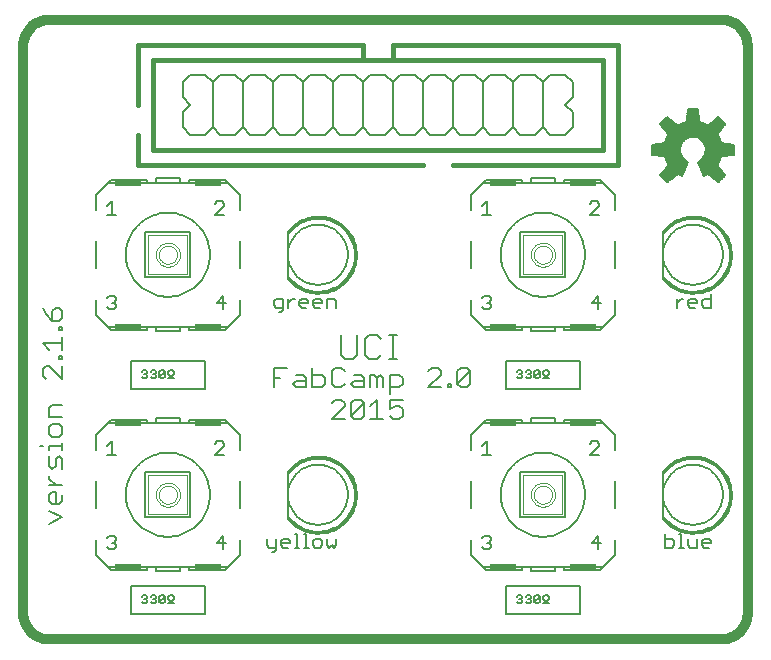
<source format=gto>
G75*
%MOIN*%
%OFA0B0*%
%FSLAX24Y24*%
%IPPOS*%
%LPD*%
%AMOC8*
5,1,8,0,0,1.08239X$1,22.5*
%
%ADD10C,0.0160*%
%ADD11C,0.0060*%
%ADD12C,0.0070*%
%ADD13C,0.0320*%
%ADD14C,0.0080*%
%ADD15C,0.0010*%
%ADD16C,0.0050*%
%ADD17C,0.0020*%
%ADD18R,0.0850X0.0200*%
%ADD19C,0.0059*%
D10*
X004100Y016100D02*
X004100Y017100D01*
X004600Y016600D02*
X004600Y019600D01*
X011600Y019600D01*
X011600Y020100D01*
X004100Y020100D01*
X004100Y018100D01*
X004600Y016600D02*
X019600Y016600D01*
X019600Y019600D01*
X012600Y019600D01*
X012600Y020100D01*
X020100Y020100D01*
X020100Y016100D01*
X014600Y016100D01*
X013600Y016100D02*
X004100Y016100D01*
X011600Y019600D02*
X012600Y019600D01*
D11*
X015700Y015600D02*
X015600Y015500D01*
X015200Y015100D01*
X015200Y014600D01*
X015600Y015500D02*
X016900Y015500D01*
X017200Y015500D01*
X018000Y015500D01*
X018300Y015500D01*
X018300Y015600D01*
X019500Y015600D01*
X019600Y015500D01*
X018300Y015500D01*
X018000Y015500D02*
X018000Y015650D01*
X017200Y015650D01*
X017200Y015500D01*
X016900Y015500D02*
X016900Y015600D01*
X015700Y015600D01*
X016850Y013850D02*
X016850Y012350D01*
X018350Y012350D01*
X018350Y013850D01*
X016850Y013850D01*
X016200Y013100D02*
X016202Y013175D01*
X016208Y013249D01*
X016218Y013323D01*
X016232Y013396D01*
X016249Y013468D01*
X016271Y013540D01*
X016296Y013610D01*
X016325Y013678D01*
X016358Y013746D01*
X016394Y013811D01*
X016433Y013874D01*
X016476Y013935D01*
X016522Y013994D01*
X016571Y014050D01*
X016623Y014103D01*
X016678Y014154D01*
X016735Y014201D01*
X016795Y014246D01*
X016857Y014287D01*
X016922Y014325D01*
X016988Y014359D01*
X017056Y014390D01*
X017125Y014417D01*
X017196Y014440D01*
X017268Y014460D01*
X017341Y014476D01*
X017414Y014488D01*
X017488Y014496D01*
X017563Y014500D01*
X017637Y014500D01*
X017712Y014496D01*
X017786Y014488D01*
X017859Y014476D01*
X017932Y014460D01*
X018004Y014440D01*
X018075Y014417D01*
X018144Y014390D01*
X018212Y014359D01*
X018278Y014325D01*
X018343Y014287D01*
X018405Y014246D01*
X018465Y014201D01*
X018522Y014154D01*
X018577Y014103D01*
X018629Y014050D01*
X018678Y013994D01*
X018724Y013935D01*
X018767Y013874D01*
X018806Y013811D01*
X018842Y013746D01*
X018875Y013678D01*
X018904Y013610D01*
X018929Y013540D01*
X018951Y013468D01*
X018968Y013396D01*
X018982Y013323D01*
X018992Y013249D01*
X018998Y013175D01*
X019000Y013100D01*
X018998Y013025D01*
X018992Y012951D01*
X018982Y012877D01*
X018968Y012804D01*
X018951Y012732D01*
X018929Y012660D01*
X018904Y012590D01*
X018875Y012522D01*
X018842Y012454D01*
X018806Y012389D01*
X018767Y012326D01*
X018724Y012265D01*
X018678Y012206D01*
X018629Y012150D01*
X018577Y012097D01*
X018522Y012046D01*
X018465Y011999D01*
X018405Y011954D01*
X018343Y011913D01*
X018278Y011875D01*
X018212Y011841D01*
X018144Y011810D01*
X018075Y011783D01*
X018004Y011760D01*
X017932Y011740D01*
X017859Y011724D01*
X017786Y011712D01*
X017712Y011704D01*
X017637Y011700D01*
X017563Y011700D01*
X017488Y011704D01*
X017414Y011712D01*
X017341Y011724D01*
X017268Y011740D01*
X017196Y011760D01*
X017125Y011783D01*
X017056Y011810D01*
X016988Y011841D01*
X016922Y011875D01*
X016857Y011913D01*
X016795Y011954D01*
X016735Y011999D01*
X016678Y012046D01*
X016623Y012097D01*
X016571Y012150D01*
X016522Y012206D01*
X016476Y012265D01*
X016433Y012326D01*
X016394Y012389D01*
X016358Y012454D01*
X016325Y012522D01*
X016296Y012590D01*
X016271Y012660D01*
X016249Y012732D01*
X016232Y012804D01*
X016218Y012877D01*
X016208Y012951D01*
X016202Y013025D01*
X016200Y013100D01*
X015200Y013550D02*
X015200Y012650D01*
X015200Y011600D02*
X015200Y011100D01*
X015600Y010700D01*
X015700Y010600D01*
X016900Y010600D01*
X016900Y010700D01*
X017200Y010700D01*
X018000Y010700D01*
X018300Y010700D01*
X019600Y010700D01*
X019500Y010600D01*
X018300Y010600D01*
X018300Y010700D01*
X018000Y010700D02*
X018000Y010550D01*
X017200Y010550D01*
X017200Y010700D01*
X016900Y010700D02*
X015600Y010700D01*
X015073Y009321D02*
X014860Y009321D01*
X014753Y009214D01*
X014753Y008787D01*
X015180Y009214D01*
X015180Y008787D01*
X015073Y008680D01*
X014860Y008680D01*
X014753Y008787D01*
X014538Y008787D02*
X014538Y008680D01*
X014431Y008680D01*
X014431Y008787D01*
X014538Y008787D01*
X014213Y008680D02*
X013786Y008680D01*
X014213Y009107D01*
X014213Y009214D01*
X014107Y009321D01*
X013893Y009321D01*
X013786Y009214D01*
X012924Y009000D02*
X012924Y008787D01*
X012818Y008680D01*
X012497Y008680D01*
X012497Y008466D02*
X012497Y009107D01*
X012818Y009107D01*
X012924Y009000D01*
X012280Y009000D02*
X012280Y008680D01*
X012066Y008680D02*
X012066Y009000D01*
X012173Y009107D01*
X012280Y009000D01*
X012066Y009000D02*
X011960Y009107D01*
X011853Y009107D01*
X011853Y008680D01*
X011635Y008680D02*
X011315Y008680D01*
X011208Y008787D01*
X011315Y008894D01*
X011635Y008894D01*
X011635Y009000D02*
X011528Y009107D01*
X011315Y009107D01*
X010991Y009214D02*
X010884Y009321D01*
X010670Y009321D01*
X010564Y009214D01*
X010564Y008787D01*
X010670Y008680D01*
X010884Y008680D01*
X010991Y008787D01*
X010884Y008271D02*
X010670Y008271D01*
X010564Y008164D01*
X010884Y008271D02*
X010991Y008164D01*
X010991Y008057D01*
X010564Y007630D01*
X010991Y007630D01*
X011208Y007737D02*
X011635Y008164D01*
X011635Y007737D01*
X011528Y007630D01*
X011315Y007630D01*
X011208Y007737D01*
X011208Y008164D01*
X011315Y008271D01*
X011528Y008271D01*
X011635Y008164D01*
X011853Y008057D02*
X012066Y008271D01*
X012066Y007630D01*
X011853Y007630D02*
X012280Y007630D01*
X012497Y007737D02*
X012604Y007630D01*
X012818Y007630D01*
X012924Y007737D01*
X012924Y007950D01*
X012818Y008057D01*
X012711Y008057D01*
X012497Y007950D01*
X012497Y008271D01*
X012924Y008271D01*
X011635Y008680D02*
X011635Y009000D01*
X010346Y009000D02*
X010346Y008787D01*
X010239Y008680D01*
X009919Y008680D01*
X009919Y009321D01*
X009919Y009107D02*
X010239Y009107D01*
X010346Y009000D01*
X009702Y009000D02*
X009702Y008680D01*
X009381Y008680D01*
X009275Y008787D01*
X009381Y008894D01*
X009702Y008894D01*
X009702Y009000D02*
X009595Y009107D01*
X009381Y009107D01*
X009057Y009321D02*
X008630Y009321D01*
X008630Y008680D01*
X008630Y009000D02*
X008844Y009000D01*
X007100Y007500D02*
X007000Y007600D01*
X005800Y007600D01*
X005800Y007500D01*
X005500Y007500D01*
X005500Y007650D01*
X004700Y007650D01*
X004700Y007500D01*
X004400Y007500D01*
X004400Y007600D01*
X003200Y007600D01*
X003100Y007500D01*
X002700Y007100D01*
X002700Y006600D01*
X003100Y007500D02*
X004400Y007500D01*
X004700Y007500D02*
X005500Y007500D01*
X005800Y007500D02*
X007100Y007500D01*
X007500Y007100D01*
X007500Y006600D01*
X007500Y005550D02*
X007500Y004650D01*
X007500Y003600D02*
X007500Y003100D01*
X007100Y002700D01*
X007000Y002600D01*
X005800Y002600D01*
X005800Y002700D01*
X007100Y002700D01*
X005800Y002700D02*
X005500Y002700D01*
X004700Y002700D01*
X004400Y002700D01*
X004400Y002600D01*
X003200Y002600D01*
X003100Y002700D01*
X004400Y002700D01*
X004700Y002700D02*
X004700Y002550D01*
X005500Y002550D01*
X005500Y002700D01*
X005850Y004350D02*
X004350Y004350D01*
X004350Y005850D01*
X005850Y005850D01*
X005850Y004350D01*
X003700Y005100D02*
X003702Y005175D01*
X003708Y005249D01*
X003718Y005323D01*
X003732Y005396D01*
X003749Y005468D01*
X003771Y005540D01*
X003796Y005610D01*
X003825Y005678D01*
X003858Y005746D01*
X003894Y005811D01*
X003933Y005874D01*
X003976Y005935D01*
X004022Y005994D01*
X004071Y006050D01*
X004123Y006103D01*
X004178Y006154D01*
X004235Y006201D01*
X004295Y006246D01*
X004357Y006287D01*
X004422Y006325D01*
X004488Y006359D01*
X004556Y006390D01*
X004625Y006417D01*
X004696Y006440D01*
X004768Y006460D01*
X004841Y006476D01*
X004914Y006488D01*
X004988Y006496D01*
X005063Y006500D01*
X005137Y006500D01*
X005212Y006496D01*
X005286Y006488D01*
X005359Y006476D01*
X005432Y006460D01*
X005504Y006440D01*
X005575Y006417D01*
X005644Y006390D01*
X005712Y006359D01*
X005778Y006325D01*
X005843Y006287D01*
X005905Y006246D01*
X005965Y006201D01*
X006022Y006154D01*
X006077Y006103D01*
X006129Y006050D01*
X006178Y005994D01*
X006224Y005935D01*
X006267Y005874D01*
X006306Y005811D01*
X006342Y005746D01*
X006375Y005678D01*
X006404Y005610D01*
X006429Y005540D01*
X006451Y005468D01*
X006468Y005396D01*
X006482Y005323D01*
X006492Y005249D01*
X006498Y005175D01*
X006500Y005100D01*
X006498Y005025D01*
X006492Y004951D01*
X006482Y004877D01*
X006468Y004804D01*
X006451Y004732D01*
X006429Y004660D01*
X006404Y004590D01*
X006375Y004522D01*
X006342Y004454D01*
X006306Y004389D01*
X006267Y004326D01*
X006224Y004265D01*
X006178Y004206D01*
X006129Y004150D01*
X006077Y004097D01*
X006022Y004046D01*
X005965Y003999D01*
X005905Y003954D01*
X005843Y003913D01*
X005778Y003875D01*
X005712Y003841D01*
X005644Y003810D01*
X005575Y003783D01*
X005504Y003760D01*
X005432Y003740D01*
X005359Y003724D01*
X005286Y003712D01*
X005212Y003704D01*
X005137Y003700D01*
X005063Y003700D01*
X004988Y003704D01*
X004914Y003712D01*
X004841Y003724D01*
X004768Y003740D01*
X004696Y003760D01*
X004625Y003783D01*
X004556Y003810D01*
X004488Y003841D01*
X004422Y003875D01*
X004357Y003913D01*
X004295Y003954D01*
X004235Y003999D01*
X004178Y004046D01*
X004123Y004097D01*
X004071Y004150D01*
X004022Y004206D01*
X003976Y004265D01*
X003933Y004326D01*
X003894Y004389D01*
X003858Y004454D01*
X003825Y004522D01*
X003796Y004590D01*
X003771Y004660D01*
X003749Y004732D01*
X003732Y004804D01*
X003718Y004877D01*
X003708Y004951D01*
X003702Y005025D01*
X003700Y005100D01*
X002700Y005550D02*
X002700Y004650D01*
X001570Y004881D02*
X001463Y004775D01*
X001250Y004775D01*
X001143Y004881D01*
X001143Y005095D01*
X001250Y005202D01*
X001356Y005202D01*
X001356Y004775D01*
X001570Y004881D02*
X001570Y005095D01*
X001570Y005419D02*
X001143Y005419D01*
X001356Y005419D02*
X001143Y005633D01*
X001143Y005739D01*
X001250Y005956D02*
X001143Y006063D01*
X001143Y006383D01*
X001143Y006601D02*
X001143Y006708D01*
X001570Y006708D01*
X001570Y006814D02*
X001570Y006601D01*
X001463Y006383D02*
X001356Y006276D01*
X001356Y006063D01*
X001250Y005956D01*
X001570Y005956D02*
X001570Y006276D01*
X001463Y006383D01*
X000929Y006708D02*
X000823Y006708D01*
X001250Y007030D02*
X001143Y007137D01*
X001143Y007351D01*
X001250Y007458D01*
X001463Y007458D01*
X001570Y007351D01*
X001570Y007137D01*
X001463Y007030D01*
X001250Y007030D01*
X001143Y007675D02*
X001143Y007995D01*
X001250Y008102D01*
X001570Y008102D01*
X001570Y007675D02*
X001143Y007675D01*
X001036Y008964D02*
X000929Y009071D01*
X000929Y009284D01*
X001036Y009391D01*
X001143Y009391D01*
X001570Y008964D01*
X001570Y009391D01*
X001570Y009609D02*
X001463Y009609D01*
X001463Y009715D01*
X001570Y009715D01*
X001570Y009609D01*
X001570Y009931D02*
X001570Y010358D01*
X001570Y010144D02*
X000929Y010144D01*
X001143Y009931D01*
X001463Y010575D02*
X001463Y010682D01*
X001570Y010682D01*
X001570Y010575D01*
X001463Y010575D01*
X001463Y010898D02*
X001570Y011005D01*
X001570Y011218D01*
X001463Y011325D01*
X001356Y011325D01*
X001250Y011218D01*
X001250Y010898D01*
X001463Y010898D01*
X001250Y010898D02*
X001036Y011111D01*
X000929Y011325D01*
X002700Y011100D02*
X003100Y010700D01*
X003200Y010600D01*
X004400Y010600D01*
X004400Y010700D01*
X004700Y010700D01*
X005500Y010700D01*
X005800Y010700D01*
X007100Y010700D01*
X007000Y010600D01*
X005800Y010600D01*
X005800Y010700D01*
X005500Y010700D02*
X005500Y010550D01*
X004700Y010550D01*
X004700Y010700D01*
X004400Y010700D02*
X003100Y010700D01*
X002700Y011100D02*
X002700Y011600D01*
X002700Y012650D02*
X002700Y013550D01*
X002700Y014600D02*
X002700Y015100D01*
X003100Y015500D01*
X003200Y015600D01*
X004400Y015600D01*
X004400Y015500D01*
X004700Y015500D01*
X005500Y015500D01*
X005800Y015500D01*
X005800Y015600D01*
X007000Y015600D01*
X007100Y015500D01*
X005800Y015500D01*
X005500Y015500D02*
X005500Y015650D01*
X004700Y015650D01*
X004700Y015500D01*
X004400Y015500D02*
X003100Y015500D01*
X004350Y013850D02*
X004350Y012350D01*
X005850Y012350D01*
X005850Y013850D01*
X004350Y013850D01*
X003700Y013100D02*
X003702Y013175D01*
X003708Y013249D01*
X003718Y013323D01*
X003732Y013396D01*
X003749Y013468D01*
X003771Y013540D01*
X003796Y013610D01*
X003825Y013678D01*
X003858Y013746D01*
X003894Y013811D01*
X003933Y013874D01*
X003976Y013935D01*
X004022Y013994D01*
X004071Y014050D01*
X004123Y014103D01*
X004178Y014154D01*
X004235Y014201D01*
X004295Y014246D01*
X004357Y014287D01*
X004422Y014325D01*
X004488Y014359D01*
X004556Y014390D01*
X004625Y014417D01*
X004696Y014440D01*
X004768Y014460D01*
X004841Y014476D01*
X004914Y014488D01*
X004988Y014496D01*
X005063Y014500D01*
X005137Y014500D01*
X005212Y014496D01*
X005286Y014488D01*
X005359Y014476D01*
X005432Y014460D01*
X005504Y014440D01*
X005575Y014417D01*
X005644Y014390D01*
X005712Y014359D01*
X005778Y014325D01*
X005843Y014287D01*
X005905Y014246D01*
X005965Y014201D01*
X006022Y014154D01*
X006077Y014103D01*
X006129Y014050D01*
X006178Y013994D01*
X006224Y013935D01*
X006267Y013874D01*
X006306Y013811D01*
X006342Y013746D01*
X006375Y013678D01*
X006404Y013610D01*
X006429Y013540D01*
X006451Y013468D01*
X006468Y013396D01*
X006482Y013323D01*
X006492Y013249D01*
X006498Y013175D01*
X006500Y013100D01*
X006498Y013025D01*
X006492Y012951D01*
X006482Y012877D01*
X006468Y012804D01*
X006451Y012732D01*
X006429Y012660D01*
X006404Y012590D01*
X006375Y012522D01*
X006342Y012454D01*
X006306Y012389D01*
X006267Y012326D01*
X006224Y012265D01*
X006178Y012206D01*
X006129Y012150D01*
X006077Y012097D01*
X006022Y012046D01*
X005965Y011999D01*
X005905Y011954D01*
X005843Y011913D01*
X005778Y011875D01*
X005712Y011841D01*
X005644Y011810D01*
X005575Y011783D01*
X005504Y011760D01*
X005432Y011740D01*
X005359Y011724D01*
X005286Y011712D01*
X005212Y011704D01*
X005137Y011700D01*
X005063Y011700D01*
X004988Y011704D01*
X004914Y011712D01*
X004841Y011724D01*
X004768Y011740D01*
X004696Y011760D01*
X004625Y011783D01*
X004556Y011810D01*
X004488Y011841D01*
X004422Y011875D01*
X004357Y011913D01*
X004295Y011954D01*
X004235Y011999D01*
X004178Y012046D01*
X004123Y012097D01*
X004071Y012150D01*
X004022Y012206D01*
X003976Y012265D01*
X003933Y012326D01*
X003894Y012389D01*
X003858Y012454D01*
X003825Y012522D01*
X003796Y012590D01*
X003771Y012660D01*
X003749Y012732D01*
X003732Y012804D01*
X003718Y012877D01*
X003708Y012951D01*
X003702Y013025D01*
X003700Y013100D01*
X007100Y010700D02*
X007500Y011100D01*
X007500Y011600D01*
X007500Y012650D02*
X007500Y013550D01*
X007500Y014600D02*
X007500Y015100D01*
X007100Y015500D01*
X009100Y013100D02*
X009102Y013163D01*
X009108Y013225D01*
X009118Y013287D01*
X009131Y013349D01*
X009149Y013409D01*
X009170Y013468D01*
X009195Y013526D01*
X009224Y013582D01*
X009256Y013636D01*
X009291Y013688D01*
X009329Y013737D01*
X009371Y013785D01*
X009415Y013829D01*
X009463Y013871D01*
X009512Y013909D01*
X009564Y013944D01*
X009618Y013976D01*
X009674Y014005D01*
X009732Y014030D01*
X009791Y014051D01*
X009851Y014069D01*
X009913Y014082D01*
X009975Y014092D01*
X010037Y014098D01*
X010100Y014100D01*
X010163Y014098D01*
X010225Y014092D01*
X010287Y014082D01*
X010349Y014069D01*
X010409Y014051D01*
X010468Y014030D01*
X010526Y014005D01*
X010582Y013976D01*
X010636Y013944D01*
X010688Y013909D01*
X010737Y013871D01*
X010785Y013829D01*
X010829Y013785D01*
X010871Y013737D01*
X010909Y013688D01*
X010944Y013636D01*
X010976Y013582D01*
X011005Y013526D01*
X011030Y013468D01*
X011051Y013409D01*
X011069Y013349D01*
X011082Y013287D01*
X011092Y013225D01*
X011098Y013163D01*
X011100Y013100D01*
X011098Y013037D01*
X011092Y012975D01*
X011082Y012913D01*
X011069Y012851D01*
X011051Y012791D01*
X011030Y012732D01*
X011005Y012674D01*
X010976Y012618D01*
X010944Y012564D01*
X010909Y012512D01*
X010871Y012463D01*
X010829Y012415D01*
X010785Y012371D01*
X010737Y012329D01*
X010688Y012291D01*
X010636Y012256D01*
X010582Y012224D01*
X010526Y012195D01*
X010468Y012170D01*
X010409Y012149D01*
X010349Y012131D01*
X010287Y012118D01*
X010225Y012108D01*
X010163Y012102D01*
X010100Y012100D01*
X010037Y012102D01*
X009975Y012108D01*
X009913Y012118D01*
X009851Y012131D01*
X009791Y012149D01*
X009732Y012170D01*
X009674Y012195D01*
X009618Y012224D01*
X009564Y012256D01*
X009512Y012291D01*
X009463Y012329D01*
X009415Y012371D01*
X009371Y012415D01*
X009329Y012463D01*
X009291Y012512D01*
X009256Y012564D01*
X009224Y012618D01*
X009195Y012674D01*
X009170Y012732D01*
X009149Y012791D01*
X009131Y012851D01*
X009118Y012913D01*
X009108Y012975D01*
X009102Y013037D01*
X009100Y013100D01*
X015073Y009321D02*
X015180Y009214D01*
X015700Y007600D02*
X015600Y007500D01*
X015200Y007100D01*
X015200Y006600D01*
X015600Y007500D02*
X016900Y007500D01*
X017200Y007500D01*
X018000Y007500D01*
X018300Y007500D01*
X018300Y007600D01*
X019500Y007600D01*
X019600Y007500D01*
X018300Y007500D01*
X018000Y007500D02*
X018000Y007650D01*
X017200Y007650D01*
X017200Y007500D01*
X016900Y007500D02*
X016900Y007600D01*
X015700Y007600D01*
X016850Y005850D02*
X016850Y004350D01*
X018350Y004350D01*
X018350Y005850D01*
X016850Y005850D01*
X016200Y005100D02*
X016202Y005175D01*
X016208Y005249D01*
X016218Y005323D01*
X016232Y005396D01*
X016249Y005468D01*
X016271Y005540D01*
X016296Y005610D01*
X016325Y005678D01*
X016358Y005746D01*
X016394Y005811D01*
X016433Y005874D01*
X016476Y005935D01*
X016522Y005994D01*
X016571Y006050D01*
X016623Y006103D01*
X016678Y006154D01*
X016735Y006201D01*
X016795Y006246D01*
X016857Y006287D01*
X016922Y006325D01*
X016988Y006359D01*
X017056Y006390D01*
X017125Y006417D01*
X017196Y006440D01*
X017268Y006460D01*
X017341Y006476D01*
X017414Y006488D01*
X017488Y006496D01*
X017563Y006500D01*
X017637Y006500D01*
X017712Y006496D01*
X017786Y006488D01*
X017859Y006476D01*
X017932Y006460D01*
X018004Y006440D01*
X018075Y006417D01*
X018144Y006390D01*
X018212Y006359D01*
X018278Y006325D01*
X018343Y006287D01*
X018405Y006246D01*
X018465Y006201D01*
X018522Y006154D01*
X018577Y006103D01*
X018629Y006050D01*
X018678Y005994D01*
X018724Y005935D01*
X018767Y005874D01*
X018806Y005811D01*
X018842Y005746D01*
X018875Y005678D01*
X018904Y005610D01*
X018929Y005540D01*
X018951Y005468D01*
X018968Y005396D01*
X018982Y005323D01*
X018992Y005249D01*
X018998Y005175D01*
X019000Y005100D01*
X018998Y005025D01*
X018992Y004951D01*
X018982Y004877D01*
X018968Y004804D01*
X018951Y004732D01*
X018929Y004660D01*
X018904Y004590D01*
X018875Y004522D01*
X018842Y004454D01*
X018806Y004389D01*
X018767Y004326D01*
X018724Y004265D01*
X018678Y004206D01*
X018629Y004150D01*
X018577Y004097D01*
X018522Y004046D01*
X018465Y003999D01*
X018405Y003954D01*
X018343Y003913D01*
X018278Y003875D01*
X018212Y003841D01*
X018144Y003810D01*
X018075Y003783D01*
X018004Y003760D01*
X017932Y003740D01*
X017859Y003724D01*
X017786Y003712D01*
X017712Y003704D01*
X017637Y003700D01*
X017563Y003700D01*
X017488Y003704D01*
X017414Y003712D01*
X017341Y003724D01*
X017268Y003740D01*
X017196Y003760D01*
X017125Y003783D01*
X017056Y003810D01*
X016988Y003841D01*
X016922Y003875D01*
X016857Y003913D01*
X016795Y003954D01*
X016735Y003999D01*
X016678Y004046D01*
X016623Y004097D01*
X016571Y004150D01*
X016522Y004206D01*
X016476Y004265D01*
X016433Y004326D01*
X016394Y004389D01*
X016358Y004454D01*
X016325Y004522D01*
X016296Y004590D01*
X016271Y004660D01*
X016249Y004732D01*
X016232Y004804D01*
X016218Y004877D01*
X016208Y004951D01*
X016202Y005025D01*
X016200Y005100D01*
X015200Y005550D02*
X015200Y004650D01*
X015200Y003600D02*
X015200Y003100D01*
X015600Y002700D01*
X015700Y002600D01*
X016900Y002600D01*
X016900Y002700D01*
X017200Y002700D01*
X018000Y002700D01*
X018300Y002700D01*
X019600Y002700D01*
X019500Y002600D01*
X018300Y002600D01*
X018300Y002700D01*
X018000Y002700D02*
X018000Y002550D01*
X017200Y002550D01*
X017200Y002700D01*
X016900Y002700D02*
X015600Y002700D01*
X019600Y002700D02*
X020000Y003100D01*
X020000Y003600D01*
X020000Y004650D02*
X020000Y005550D01*
X020000Y006600D02*
X020000Y007100D01*
X019600Y007500D01*
X021600Y005100D02*
X021602Y005163D01*
X021608Y005225D01*
X021618Y005287D01*
X021631Y005349D01*
X021649Y005409D01*
X021670Y005468D01*
X021695Y005526D01*
X021724Y005582D01*
X021756Y005636D01*
X021791Y005688D01*
X021829Y005737D01*
X021871Y005785D01*
X021915Y005829D01*
X021963Y005871D01*
X022012Y005909D01*
X022064Y005944D01*
X022118Y005976D01*
X022174Y006005D01*
X022232Y006030D01*
X022291Y006051D01*
X022351Y006069D01*
X022413Y006082D01*
X022475Y006092D01*
X022537Y006098D01*
X022600Y006100D01*
X022663Y006098D01*
X022725Y006092D01*
X022787Y006082D01*
X022849Y006069D01*
X022909Y006051D01*
X022968Y006030D01*
X023026Y006005D01*
X023082Y005976D01*
X023136Y005944D01*
X023188Y005909D01*
X023237Y005871D01*
X023285Y005829D01*
X023329Y005785D01*
X023371Y005737D01*
X023409Y005688D01*
X023444Y005636D01*
X023476Y005582D01*
X023505Y005526D01*
X023530Y005468D01*
X023551Y005409D01*
X023569Y005349D01*
X023582Y005287D01*
X023592Y005225D01*
X023598Y005163D01*
X023600Y005100D01*
X023598Y005037D01*
X023592Y004975D01*
X023582Y004913D01*
X023569Y004851D01*
X023551Y004791D01*
X023530Y004732D01*
X023505Y004674D01*
X023476Y004618D01*
X023444Y004564D01*
X023409Y004512D01*
X023371Y004463D01*
X023329Y004415D01*
X023285Y004371D01*
X023237Y004329D01*
X023188Y004291D01*
X023136Y004256D01*
X023082Y004224D01*
X023026Y004195D01*
X022968Y004170D01*
X022909Y004149D01*
X022849Y004131D01*
X022787Y004118D01*
X022725Y004108D01*
X022663Y004102D01*
X022600Y004100D01*
X022537Y004102D01*
X022475Y004108D01*
X022413Y004118D01*
X022351Y004131D01*
X022291Y004149D01*
X022232Y004170D01*
X022174Y004195D01*
X022118Y004224D01*
X022064Y004256D01*
X022012Y004291D01*
X021963Y004329D01*
X021915Y004371D01*
X021871Y004415D01*
X021829Y004463D01*
X021791Y004512D01*
X021756Y004564D01*
X021724Y004618D01*
X021695Y004674D01*
X021670Y004732D01*
X021649Y004791D01*
X021631Y004851D01*
X021618Y004913D01*
X021608Y004975D01*
X021602Y005037D01*
X021600Y005100D01*
X019600Y010700D02*
X020000Y011100D01*
X020000Y011600D01*
X020000Y012650D02*
X020000Y013550D01*
X020000Y014600D02*
X020000Y015100D01*
X019600Y015500D01*
X021600Y013100D02*
X021602Y013163D01*
X021608Y013225D01*
X021618Y013287D01*
X021631Y013349D01*
X021649Y013409D01*
X021670Y013468D01*
X021695Y013526D01*
X021724Y013582D01*
X021756Y013636D01*
X021791Y013688D01*
X021829Y013737D01*
X021871Y013785D01*
X021915Y013829D01*
X021963Y013871D01*
X022012Y013909D01*
X022064Y013944D01*
X022118Y013976D01*
X022174Y014005D01*
X022232Y014030D01*
X022291Y014051D01*
X022351Y014069D01*
X022413Y014082D01*
X022475Y014092D01*
X022537Y014098D01*
X022600Y014100D01*
X022663Y014098D01*
X022725Y014092D01*
X022787Y014082D01*
X022849Y014069D01*
X022909Y014051D01*
X022968Y014030D01*
X023026Y014005D01*
X023082Y013976D01*
X023136Y013944D01*
X023188Y013909D01*
X023237Y013871D01*
X023285Y013829D01*
X023329Y013785D01*
X023371Y013737D01*
X023409Y013688D01*
X023444Y013636D01*
X023476Y013582D01*
X023505Y013526D01*
X023530Y013468D01*
X023551Y013409D01*
X023569Y013349D01*
X023582Y013287D01*
X023592Y013225D01*
X023598Y013163D01*
X023600Y013100D01*
X023598Y013037D01*
X023592Y012975D01*
X023582Y012913D01*
X023569Y012851D01*
X023551Y012791D01*
X023530Y012732D01*
X023505Y012674D01*
X023476Y012618D01*
X023444Y012564D01*
X023409Y012512D01*
X023371Y012463D01*
X023329Y012415D01*
X023285Y012371D01*
X023237Y012329D01*
X023188Y012291D01*
X023136Y012256D01*
X023082Y012224D01*
X023026Y012195D01*
X022968Y012170D01*
X022909Y012149D01*
X022849Y012131D01*
X022787Y012118D01*
X022725Y012108D01*
X022663Y012102D01*
X022600Y012100D01*
X022537Y012102D01*
X022475Y012108D01*
X022413Y012118D01*
X022351Y012131D01*
X022291Y012149D01*
X022232Y012170D01*
X022174Y012195D01*
X022118Y012224D01*
X022064Y012256D01*
X022012Y012291D01*
X021963Y012329D01*
X021915Y012371D01*
X021871Y012415D01*
X021829Y012463D01*
X021791Y012512D01*
X021756Y012564D01*
X021724Y012618D01*
X021695Y012674D01*
X021670Y012732D01*
X021649Y012791D01*
X021631Y012851D01*
X021618Y012913D01*
X021608Y012975D01*
X021602Y013037D01*
X021600Y013100D01*
X009100Y005100D02*
X009102Y005163D01*
X009108Y005225D01*
X009118Y005287D01*
X009131Y005349D01*
X009149Y005409D01*
X009170Y005468D01*
X009195Y005526D01*
X009224Y005582D01*
X009256Y005636D01*
X009291Y005688D01*
X009329Y005737D01*
X009371Y005785D01*
X009415Y005829D01*
X009463Y005871D01*
X009512Y005909D01*
X009564Y005944D01*
X009618Y005976D01*
X009674Y006005D01*
X009732Y006030D01*
X009791Y006051D01*
X009851Y006069D01*
X009913Y006082D01*
X009975Y006092D01*
X010037Y006098D01*
X010100Y006100D01*
X010163Y006098D01*
X010225Y006092D01*
X010287Y006082D01*
X010349Y006069D01*
X010409Y006051D01*
X010468Y006030D01*
X010526Y006005D01*
X010582Y005976D01*
X010636Y005944D01*
X010688Y005909D01*
X010737Y005871D01*
X010785Y005829D01*
X010829Y005785D01*
X010871Y005737D01*
X010909Y005688D01*
X010944Y005636D01*
X010976Y005582D01*
X011005Y005526D01*
X011030Y005468D01*
X011051Y005409D01*
X011069Y005349D01*
X011082Y005287D01*
X011092Y005225D01*
X011098Y005163D01*
X011100Y005100D01*
X011098Y005037D01*
X011092Y004975D01*
X011082Y004913D01*
X011069Y004851D01*
X011051Y004791D01*
X011030Y004732D01*
X011005Y004674D01*
X010976Y004618D01*
X010944Y004564D01*
X010909Y004512D01*
X010871Y004463D01*
X010829Y004415D01*
X010785Y004371D01*
X010737Y004329D01*
X010688Y004291D01*
X010636Y004256D01*
X010582Y004224D01*
X010526Y004195D01*
X010468Y004170D01*
X010409Y004149D01*
X010349Y004131D01*
X010287Y004118D01*
X010225Y004108D01*
X010163Y004102D01*
X010100Y004100D01*
X010037Y004102D01*
X009975Y004108D01*
X009913Y004118D01*
X009851Y004131D01*
X009791Y004149D01*
X009732Y004170D01*
X009674Y004195D01*
X009618Y004224D01*
X009564Y004256D01*
X009512Y004291D01*
X009463Y004329D01*
X009415Y004371D01*
X009371Y004415D01*
X009329Y004463D01*
X009291Y004512D01*
X009256Y004564D01*
X009224Y004618D01*
X009195Y004674D01*
X009170Y004732D01*
X009149Y004791D01*
X009131Y004851D01*
X009118Y004913D01*
X009108Y004975D01*
X009102Y005037D01*
X009100Y005100D01*
X003100Y002700D02*
X002700Y003100D01*
X002700Y003600D01*
X001570Y004344D02*
X001143Y004557D01*
X001143Y004130D02*
X001570Y004344D01*
D12*
X010885Y009767D02*
X011017Y009635D01*
X011280Y009635D01*
X011412Y009767D01*
X011412Y010426D01*
X011677Y010294D02*
X011677Y009767D01*
X011809Y009635D01*
X012072Y009635D01*
X012204Y009767D01*
X012469Y009635D02*
X012732Y009635D01*
X012601Y009635D02*
X012601Y010426D01*
X012732Y010426D02*
X012469Y010426D01*
X012204Y010294D02*
X012072Y010426D01*
X011809Y010426D01*
X011677Y010294D01*
X010885Y010426D02*
X010885Y009767D01*
D13*
X001150Y000275D02*
X023550Y000275D01*
X023607Y000277D01*
X023664Y000282D01*
X023721Y000292D01*
X023776Y000305D01*
X023831Y000321D01*
X023885Y000342D01*
X023937Y000365D01*
X023988Y000392D01*
X024036Y000422D01*
X024083Y000456D01*
X024127Y000492D01*
X024169Y000531D01*
X024208Y000573D01*
X024244Y000617D01*
X024278Y000664D01*
X024308Y000713D01*
X024335Y000763D01*
X024358Y000815D01*
X024379Y000869D01*
X024395Y000924D01*
X024408Y000979D01*
X024418Y001036D01*
X024423Y001093D01*
X024425Y001150D01*
X024425Y020050D01*
X024423Y020107D01*
X024418Y020164D01*
X024408Y020221D01*
X024395Y020276D01*
X024379Y020331D01*
X024358Y020385D01*
X024335Y020437D01*
X024308Y020488D01*
X024278Y020536D01*
X024244Y020583D01*
X024208Y020627D01*
X024169Y020669D01*
X024127Y020708D01*
X024083Y020744D01*
X024036Y020778D01*
X023988Y020808D01*
X023937Y020835D01*
X023885Y020858D01*
X023831Y020879D01*
X023776Y020895D01*
X023721Y020908D01*
X023664Y020918D01*
X023607Y020923D01*
X023550Y020925D01*
X001150Y020925D01*
X001093Y020923D01*
X001036Y020918D01*
X000979Y020908D01*
X000924Y020895D01*
X000869Y020879D01*
X000815Y020858D01*
X000763Y020835D01*
X000713Y020808D01*
X000664Y020778D01*
X000617Y020744D01*
X000573Y020708D01*
X000531Y020669D01*
X000492Y020627D01*
X000456Y020583D01*
X000422Y020536D01*
X000392Y020488D01*
X000365Y020437D01*
X000342Y020385D01*
X000321Y020331D01*
X000305Y020276D01*
X000292Y020221D01*
X000282Y020164D01*
X000277Y020107D01*
X000275Y020050D01*
X000275Y001150D01*
X000277Y001093D01*
X000282Y001036D01*
X000292Y000979D01*
X000305Y000924D01*
X000321Y000869D01*
X000342Y000815D01*
X000365Y000763D01*
X000392Y000713D01*
X000422Y000664D01*
X000456Y000617D01*
X000492Y000573D01*
X000531Y000531D01*
X000573Y000492D01*
X000617Y000456D01*
X000664Y000422D01*
X000712Y000392D01*
X000763Y000365D01*
X000815Y000342D01*
X000869Y000321D01*
X000924Y000305D01*
X000979Y000292D01*
X001036Y000282D01*
X001093Y000277D01*
X001150Y000275D01*
D14*
X003860Y001128D02*
X006340Y001128D01*
X006340Y002072D01*
X003860Y002072D01*
X003860Y001128D01*
X009100Y004350D02*
X009100Y005850D01*
X006340Y008628D02*
X003860Y008628D01*
X003860Y009572D01*
X006340Y009572D01*
X006340Y008628D01*
X009100Y012350D02*
X009100Y013850D01*
X008850Y017100D02*
X008600Y017350D01*
X008600Y018850D01*
X008350Y019100D01*
X007850Y019100D01*
X007600Y018850D01*
X007600Y017350D01*
X007350Y017100D01*
X006850Y017100D01*
X006600Y017350D01*
X006600Y018850D01*
X006850Y019100D01*
X007350Y019100D01*
X007600Y018850D01*
X006600Y018850D02*
X006350Y019100D01*
X005850Y019100D01*
X005600Y018850D01*
X005600Y018350D01*
X005850Y018100D01*
X005600Y017850D01*
X005600Y017350D01*
X005850Y017100D01*
X006350Y017100D01*
X006600Y017350D01*
X007600Y017350D02*
X007850Y017100D01*
X008350Y017100D01*
X008600Y017350D01*
X008850Y017100D02*
X009350Y017100D01*
X009600Y017350D01*
X009600Y018850D01*
X009850Y019100D01*
X010350Y019100D01*
X010600Y018850D01*
X010600Y017350D01*
X010350Y017100D01*
X009850Y017100D01*
X009600Y017350D01*
X010600Y017350D02*
X010850Y017100D01*
X011350Y017100D01*
X011600Y017350D01*
X011600Y018850D01*
X011350Y019100D01*
X010850Y019100D01*
X010600Y018850D01*
X009600Y018850D02*
X009350Y019100D01*
X008850Y019100D01*
X008600Y018850D01*
X011600Y018850D02*
X011850Y019100D01*
X012350Y019100D01*
X012600Y018850D01*
X012600Y017350D01*
X012350Y017100D01*
X011850Y017100D01*
X011600Y017350D01*
X012600Y017350D02*
X012850Y017100D01*
X013350Y017100D01*
X013600Y017350D01*
X013600Y018850D01*
X013850Y019100D01*
X014350Y019100D01*
X014600Y018850D01*
X014600Y017350D01*
X014350Y017100D01*
X013850Y017100D01*
X013600Y017350D01*
X014600Y017350D02*
X014850Y017100D01*
X015350Y017100D01*
X015600Y017350D01*
X015600Y018850D01*
X015350Y019100D01*
X014850Y019100D01*
X014600Y018850D01*
X013600Y018850D02*
X013350Y019100D01*
X012850Y019100D01*
X012600Y018850D01*
X015600Y018850D02*
X015850Y019100D01*
X016350Y019100D01*
X016600Y018850D01*
X016600Y017350D01*
X016850Y017100D01*
X017350Y017100D01*
X017600Y017350D01*
X017600Y018850D01*
X017350Y019100D01*
X016850Y019100D01*
X016600Y018850D01*
X017600Y018850D02*
X017850Y019100D01*
X018350Y019100D01*
X018600Y018850D01*
X018600Y018350D01*
X018350Y018100D01*
X018600Y017850D01*
X018600Y017350D01*
X018350Y017100D01*
X017850Y017100D01*
X017600Y017350D01*
X016600Y017350D02*
X016350Y017100D01*
X015850Y017100D01*
X015600Y017350D01*
X021600Y013850D02*
X021600Y012350D01*
X018840Y009572D02*
X018840Y008628D01*
X016360Y008628D01*
X016360Y009572D01*
X018840Y009572D01*
X021600Y005850D02*
X021600Y004350D01*
X018840Y002072D02*
X018840Y001128D01*
X016360Y001128D01*
X016360Y002072D01*
X018840Y002072D01*
D15*
X021568Y004320D02*
X021640Y004374D01*
X021639Y004373D02*
X021682Y004320D01*
X021727Y004269D01*
X021776Y004221D01*
X021827Y004176D01*
X021881Y004133D01*
X021937Y004094D01*
X021995Y004058D01*
X022055Y004025D01*
X022116Y003996D01*
X022180Y003971D01*
X022244Y003949D01*
X022310Y003930D01*
X022377Y003916D01*
X022444Y003905D01*
X022512Y003898D01*
X022580Y003895D01*
X022649Y003896D01*
X022717Y003901D01*
X022785Y003909D01*
X022852Y003922D01*
X022918Y003938D01*
X022983Y003958D01*
X023048Y003981D01*
X023110Y004008D01*
X023171Y004039D01*
X023230Y004073D01*
X023288Y004110D01*
X023343Y004151D01*
X023395Y004195D01*
X023445Y004241D01*
X023492Y004290D01*
X023537Y004342D01*
X023578Y004396D01*
X023617Y004453D01*
X023652Y004512D01*
X023683Y004572D01*
X023711Y004634D01*
X023736Y004698D01*
X023757Y004763D01*
X023774Y004829D01*
X023788Y004896D01*
X023797Y004964D01*
X023803Y005032D01*
X023805Y005100D01*
X023803Y005168D01*
X023797Y005236D01*
X023788Y005304D01*
X023774Y005371D01*
X023757Y005437D01*
X023736Y005502D01*
X023711Y005566D01*
X023683Y005628D01*
X023652Y005688D01*
X023617Y005747D01*
X023578Y005804D01*
X023537Y005858D01*
X023492Y005910D01*
X023445Y005959D01*
X023395Y006005D01*
X023343Y006049D01*
X023288Y006090D01*
X023230Y006127D01*
X023171Y006161D01*
X023110Y006192D01*
X023048Y006219D01*
X022983Y006242D01*
X022918Y006262D01*
X022852Y006278D01*
X022785Y006291D01*
X022717Y006299D01*
X022649Y006304D01*
X022580Y006305D01*
X022512Y006302D01*
X022444Y006295D01*
X022377Y006284D01*
X022310Y006270D01*
X022244Y006251D01*
X022180Y006229D01*
X022116Y006204D01*
X022055Y006175D01*
X021995Y006142D01*
X021937Y006106D01*
X021881Y006067D01*
X021827Y006024D01*
X021776Y005979D01*
X021727Y005931D01*
X021682Y005880D01*
X021639Y005827D01*
X021568Y005880D01*
X021567Y005881D01*
X021611Y005936D01*
X021659Y005989D01*
X021709Y006040D01*
X021762Y006087D01*
X021817Y006131D01*
X021875Y006173D01*
X021935Y006211D01*
X021996Y006246D01*
X022060Y006277D01*
X022125Y006305D01*
X022192Y006329D01*
X022260Y006350D01*
X022329Y006366D01*
X022399Y006379D01*
X022469Y006388D01*
X022540Y006394D01*
X022611Y006395D01*
X022682Y006392D01*
X022753Y006386D01*
X022823Y006376D01*
X022892Y006362D01*
X022961Y006344D01*
X023029Y006322D01*
X023095Y006297D01*
X023160Y006268D01*
X023223Y006235D01*
X023284Y006199D01*
X023343Y006160D01*
X023400Y006118D01*
X023455Y006073D01*
X023507Y006024D01*
X023556Y005973D01*
X023603Y005920D01*
X023646Y005863D01*
X023686Y005805D01*
X023723Y005744D01*
X023757Y005682D01*
X023787Y005618D01*
X023814Y005552D01*
X023837Y005485D01*
X023856Y005416D01*
X023871Y005347D01*
X023883Y005277D01*
X023891Y005206D01*
X023895Y005135D01*
X023895Y005065D01*
X023891Y004994D01*
X023883Y004923D01*
X023871Y004853D01*
X023856Y004784D01*
X023837Y004715D01*
X023814Y004648D01*
X023787Y004582D01*
X023757Y004518D01*
X023723Y004456D01*
X023686Y004395D01*
X023646Y004337D01*
X023603Y004280D01*
X023556Y004227D01*
X023507Y004176D01*
X023455Y004127D01*
X023400Y004082D01*
X023343Y004040D01*
X023284Y004001D01*
X023223Y003965D01*
X023160Y003932D01*
X023095Y003903D01*
X023029Y003878D01*
X022961Y003856D01*
X022892Y003838D01*
X022823Y003824D01*
X022753Y003814D01*
X022682Y003808D01*
X022611Y003805D01*
X022540Y003806D01*
X022469Y003812D01*
X022399Y003821D01*
X022329Y003834D01*
X022260Y003850D01*
X022192Y003871D01*
X022125Y003895D01*
X022060Y003923D01*
X021996Y003954D01*
X021935Y003989D01*
X021875Y004027D01*
X021817Y004069D01*
X021762Y004113D01*
X021709Y004160D01*
X021659Y004211D01*
X021611Y004264D01*
X021567Y004319D01*
X021574Y004324D01*
X021619Y004269D01*
X021666Y004216D01*
X021717Y004165D01*
X021770Y004118D01*
X021826Y004073D01*
X021884Y004032D01*
X021944Y003994D01*
X022006Y003959D01*
X022070Y003928D01*
X022136Y003901D01*
X022203Y003877D01*
X022272Y003857D01*
X022341Y003840D01*
X022411Y003828D01*
X022482Y003819D01*
X022553Y003815D01*
X022624Y003814D01*
X022695Y003818D01*
X022766Y003825D01*
X022837Y003836D01*
X022906Y003851D01*
X022975Y003870D01*
X023043Y003893D01*
X023109Y003919D01*
X023174Y003949D01*
X023236Y003983D01*
X023297Y004019D01*
X023356Y004060D01*
X023413Y004103D01*
X023467Y004150D01*
X023518Y004199D01*
X023566Y004252D01*
X023612Y004306D01*
X023654Y004364D01*
X023693Y004423D01*
X023729Y004485D01*
X023762Y004548D01*
X023790Y004613D01*
X023816Y004680D01*
X023837Y004748D01*
X023855Y004817D01*
X023868Y004887D01*
X023878Y004958D01*
X023884Y005029D01*
X023886Y005100D01*
X023884Y005171D01*
X023878Y005242D01*
X023868Y005313D01*
X023855Y005383D01*
X023837Y005452D01*
X023816Y005520D01*
X023790Y005587D01*
X023762Y005652D01*
X023729Y005715D01*
X023693Y005777D01*
X023654Y005836D01*
X023612Y005894D01*
X023566Y005948D01*
X023518Y006001D01*
X023467Y006050D01*
X023413Y006097D01*
X023356Y006140D01*
X023297Y006181D01*
X023236Y006217D01*
X023174Y006251D01*
X023109Y006281D01*
X023043Y006307D01*
X022975Y006330D01*
X022906Y006349D01*
X022837Y006364D01*
X022766Y006375D01*
X022695Y006382D01*
X022624Y006386D01*
X022553Y006385D01*
X022482Y006381D01*
X022411Y006372D01*
X022341Y006360D01*
X022272Y006343D01*
X022203Y006323D01*
X022136Y006299D01*
X022070Y006272D01*
X022006Y006241D01*
X021944Y006206D01*
X021884Y006168D01*
X021826Y006127D01*
X021770Y006082D01*
X021717Y006035D01*
X021666Y005984D01*
X021619Y005931D01*
X021574Y005876D01*
X021581Y005870D01*
X021626Y005925D01*
X021673Y005978D01*
X021723Y006028D01*
X021776Y006075D01*
X021831Y006119D01*
X021889Y006161D01*
X021948Y006198D01*
X022010Y006233D01*
X022074Y006264D01*
X022139Y006291D01*
X022206Y006315D01*
X022274Y006335D01*
X022343Y006351D01*
X022412Y006363D01*
X022483Y006372D01*
X022553Y006376D01*
X022624Y006377D01*
X022695Y006373D01*
X022765Y006366D01*
X022835Y006355D01*
X022904Y006340D01*
X022972Y006321D01*
X023040Y006299D01*
X023105Y006273D01*
X023170Y006243D01*
X023232Y006210D01*
X023292Y006173D01*
X023351Y006133D01*
X023407Y006090D01*
X023461Y006044D01*
X023511Y005994D01*
X023560Y005943D01*
X023605Y005888D01*
X023647Y005831D01*
X023686Y005772D01*
X023721Y005711D01*
X023754Y005648D01*
X023782Y005583D01*
X023807Y005517D01*
X023828Y005449D01*
X023846Y005381D01*
X023859Y005311D01*
X023869Y005241D01*
X023875Y005171D01*
X023877Y005100D01*
X023875Y005029D01*
X023869Y004959D01*
X023859Y004889D01*
X023846Y004819D01*
X023828Y004751D01*
X023807Y004683D01*
X023782Y004617D01*
X023754Y004552D01*
X023721Y004489D01*
X023686Y004428D01*
X023647Y004369D01*
X023605Y004312D01*
X023560Y004257D01*
X023511Y004206D01*
X023461Y004156D01*
X023407Y004110D01*
X023351Y004067D01*
X023292Y004027D01*
X023232Y003990D01*
X023170Y003957D01*
X023105Y003927D01*
X023040Y003901D01*
X022972Y003879D01*
X022904Y003860D01*
X022835Y003845D01*
X022765Y003834D01*
X022695Y003827D01*
X022624Y003823D01*
X022553Y003824D01*
X022483Y003828D01*
X022412Y003837D01*
X022343Y003849D01*
X022274Y003865D01*
X022206Y003885D01*
X022139Y003909D01*
X022074Y003936D01*
X022010Y003967D01*
X021948Y004002D01*
X021889Y004039D01*
X021831Y004081D01*
X021776Y004125D01*
X021723Y004172D01*
X021673Y004222D01*
X021626Y004275D01*
X021581Y004330D01*
X021589Y004335D01*
X021633Y004280D01*
X021681Y004227D01*
X021731Y004177D01*
X021784Y004129D01*
X021840Y004085D01*
X021898Y004044D01*
X021958Y004007D01*
X022020Y003972D01*
X022084Y003942D01*
X022150Y003915D01*
X022217Y003891D01*
X022285Y003872D01*
X022355Y003856D01*
X022425Y003844D01*
X022495Y003836D01*
X022566Y003832D01*
X022637Y003833D01*
X022708Y003837D01*
X022779Y003845D01*
X022849Y003857D01*
X022918Y003873D01*
X022986Y003892D01*
X023054Y003916D01*
X023119Y003943D01*
X023183Y003974D01*
X023245Y004008D01*
X023305Y004046D01*
X023363Y004088D01*
X023419Y004132D01*
X023472Y004179D01*
X023522Y004230D01*
X023569Y004283D01*
X023614Y004338D01*
X023655Y004396D01*
X023692Y004456D01*
X023727Y004519D01*
X023758Y004583D01*
X023785Y004648D01*
X023808Y004715D01*
X023828Y004784D01*
X023844Y004853D01*
X023856Y004923D01*
X023864Y004994D01*
X023868Y005064D01*
X023868Y005136D01*
X023864Y005206D01*
X023856Y005277D01*
X023844Y005347D01*
X023828Y005416D01*
X023808Y005485D01*
X023785Y005552D01*
X023758Y005617D01*
X023727Y005681D01*
X023692Y005744D01*
X023655Y005804D01*
X023614Y005862D01*
X023569Y005917D01*
X023522Y005970D01*
X023472Y006021D01*
X023419Y006068D01*
X023363Y006112D01*
X023305Y006154D01*
X023245Y006192D01*
X023183Y006226D01*
X023119Y006257D01*
X023054Y006284D01*
X022986Y006308D01*
X022918Y006327D01*
X022849Y006343D01*
X022779Y006355D01*
X022708Y006363D01*
X022637Y006367D01*
X022566Y006368D01*
X022495Y006364D01*
X022425Y006356D01*
X022355Y006344D01*
X022285Y006328D01*
X022217Y006309D01*
X022150Y006285D01*
X022084Y006258D01*
X022020Y006228D01*
X021958Y006193D01*
X021898Y006156D01*
X021840Y006115D01*
X021784Y006071D01*
X021731Y006023D01*
X021681Y005973D01*
X021633Y005920D01*
X021589Y005865D01*
X021596Y005859D01*
X021640Y005914D01*
X021687Y005967D01*
X021737Y006017D01*
X021790Y006064D01*
X021845Y006108D01*
X021903Y006148D01*
X021962Y006186D01*
X022024Y006220D01*
X022088Y006250D01*
X022153Y006277D01*
X022220Y006300D01*
X022288Y006320D01*
X022356Y006335D01*
X022426Y006347D01*
X022496Y006355D01*
X022567Y006359D01*
X022637Y006358D01*
X022708Y006354D01*
X022778Y006346D01*
X022847Y006334D01*
X022916Y006319D01*
X022984Y006299D01*
X023050Y006276D01*
X023115Y006249D01*
X023179Y006218D01*
X023241Y006184D01*
X023300Y006146D01*
X023358Y006105D01*
X023413Y006061D01*
X023466Y006014D01*
X023515Y005964D01*
X023562Y005912D01*
X023606Y005856D01*
X023647Y005799D01*
X023685Y005739D01*
X023719Y005677D01*
X023749Y005614D01*
X023776Y005549D01*
X023800Y005482D01*
X023819Y005414D01*
X023835Y005345D01*
X023847Y005276D01*
X023855Y005206D01*
X023859Y005135D01*
X023859Y005065D01*
X023855Y004994D01*
X023847Y004924D01*
X023835Y004855D01*
X023819Y004786D01*
X023800Y004718D01*
X023776Y004651D01*
X023749Y004586D01*
X023719Y004523D01*
X023685Y004461D01*
X023647Y004401D01*
X023606Y004344D01*
X023562Y004288D01*
X023515Y004236D01*
X023466Y004186D01*
X023413Y004139D01*
X023358Y004095D01*
X023300Y004054D01*
X023241Y004016D01*
X023179Y003982D01*
X023115Y003951D01*
X023050Y003924D01*
X022984Y003901D01*
X022916Y003881D01*
X022847Y003866D01*
X022778Y003854D01*
X022708Y003846D01*
X022637Y003842D01*
X022567Y003841D01*
X022496Y003845D01*
X022426Y003853D01*
X022356Y003865D01*
X022288Y003880D01*
X022220Y003900D01*
X022153Y003923D01*
X022088Y003950D01*
X022024Y003980D01*
X021962Y004014D01*
X021903Y004052D01*
X021845Y004092D01*
X021790Y004136D01*
X021737Y004183D01*
X021687Y004233D01*
X021640Y004286D01*
X021596Y004341D01*
X021603Y004346D01*
X021647Y004291D01*
X021694Y004239D01*
X021743Y004190D01*
X021796Y004143D01*
X021850Y004100D01*
X021908Y004059D01*
X021967Y004022D01*
X022028Y003988D01*
X022092Y003958D01*
X022156Y003931D01*
X022223Y003908D01*
X022290Y003889D01*
X022358Y003874D01*
X022427Y003862D01*
X022497Y003854D01*
X022567Y003850D01*
X022637Y003851D01*
X022707Y003855D01*
X022776Y003863D01*
X022845Y003874D01*
X022914Y003890D01*
X022981Y003909D01*
X023047Y003933D01*
X023112Y003960D01*
X023175Y003990D01*
X023236Y004024D01*
X023295Y004061D01*
X023353Y004102D01*
X023407Y004146D01*
X023459Y004192D01*
X023509Y004242D01*
X023556Y004294D01*
X023599Y004349D01*
X023640Y004406D01*
X023677Y004465D01*
X023711Y004527D01*
X023741Y004590D01*
X023768Y004655D01*
X023791Y004721D01*
X023810Y004788D01*
X023826Y004856D01*
X023838Y004925D01*
X023846Y004995D01*
X023850Y005065D01*
X023850Y005135D01*
X023846Y005205D01*
X023838Y005275D01*
X023826Y005344D01*
X023810Y005412D01*
X023791Y005479D01*
X023768Y005545D01*
X023741Y005610D01*
X023711Y005673D01*
X023677Y005735D01*
X023640Y005794D01*
X023599Y005851D01*
X023556Y005906D01*
X023509Y005958D01*
X023459Y006008D01*
X023407Y006054D01*
X023353Y006098D01*
X023295Y006139D01*
X023236Y006176D01*
X023175Y006210D01*
X023112Y006240D01*
X023047Y006267D01*
X022981Y006291D01*
X022914Y006310D01*
X022845Y006326D01*
X022776Y006337D01*
X022707Y006345D01*
X022637Y006349D01*
X022567Y006350D01*
X022497Y006346D01*
X022427Y006338D01*
X022358Y006326D01*
X022290Y006311D01*
X022223Y006292D01*
X022156Y006269D01*
X022092Y006242D01*
X022028Y006212D01*
X021967Y006178D01*
X021908Y006141D01*
X021850Y006100D01*
X021796Y006057D01*
X021743Y006010D01*
X021694Y005961D01*
X021647Y005909D01*
X021603Y005854D01*
X021610Y005849D01*
X021654Y005903D01*
X021700Y005955D01*
X021749Y006004D01*
X021801Y006050D01*
X021856Y006093D01*
X021913Y006133D01*
X021972Y006170D01*
X022033Y006204D01*
X022095Y006234D01*
X022160Y006260D01*
X022225Y006283D01*
X022292Y006302D01*
X022360Y006318D01*
X022429Y006329D01*
X022498Y006337D01*
X022567Y006341D01*
X022637Y006340D01*
X022706Y006336D01*
X022775Y006329D01*
X022844Y006317D01*
X022911Y006301D01*
X022978Y006282D01*
X023044Y006259D01*
X023108Y006232D01*
X023171Y006202D01*
X023232Y006168D01*
X023290Y006131D01*
X023347Y006091D01*
X023401Y006048D01*
X023453Y006001D01*
X023502Y005952D01*
X023549Y005900D01*
X023592Y005846D01*
X023632Y005789D01*
X023669Y005730D01*
X023703Y005669D01*
X023733Y005606D01*
X023760Y005542D01*
X023783Y005477D01*
X023802Y005410D01*
X023817Y005342D01*
X023829Y005273D01*
X023837Y005204D01*
X023841Y005135D01*
X023841Y005065D01*
X023837Y004996D01*
X023829Y004927D01*
X023817Y004858D01*
X023802Y004790D01*
X023783Y004723D01*
X023760Y004658D01*
X023733Y004594D01*
X023703Y004531D01*
X023669Y004470D01*
X023632Y004411D01*
X023592Y004354D01*
X023549Y004300D01*
X023502Y004248D01*
X023453Y004199D01*
X023401Y004152D01*
X023347Y004109D01*
X023290Y004069D01*
X023232Y004032D01*
X023171Y003998D01*
X023108Y003968D01*
X023044Y003941D01*
X022978Y003918D01*
X022911Y003899D01*
X022844Y003883D01*
X022775Y003871D01*
X022706Y003864D01*
X022637Y003860D01*
X022567Y003859D01*
X022498Y003863D01*
X022429Y003871D01*
X022360Y003882D01*
X022292Y003898D01*
X022225Y003917D01*
X022160Y003940D01*
X022095Y003966D01*
X022033Y003996D01*
X021972Y004030D01*
X021913Y004067D01*
X021856Y004107D01*
X021801Y004150D01*
X021749Y004196D01*
X021700Y004245D01*
X021654Y004297D01*
X021610Y004351D01*
X021617Y004357D01*
X021661Y004303D01*
X021707Y004252D01*
X021756Y004203D01*
X021807Y004157D01*
X021861Y004114D01*
X021918Y004074D01*
X021976Y004038D01*
X022037Y004004D01*
X022099Y003974D01*
X022163Y003948D01*
X022228Y003926D01*
X022294Y003907D01*
X022362Y003891D01*
X022430Y003880D01*
X022498Y003872D01*
X022567Y003868D01*
X022636Y003869D01*
X022705Y003873D01*
X022774Y003880D01*
X022842Y003892D01*
X022909Y003907D01*
X022976Y003927D01*
X023041Y003950D01*
X023104Y003976D01*
X023167Y004006D01*
X023227Y004039D01*
X023285Y004076D01*
X023342Y004116D01*
X023396Y004159D01*
X023447Y004205D01*
X023496Y004254D01*
X023542Y004306D01*
X023585Y004360D01*
X023625Y004416D01*
X023661Y004475D01*
X023695Y004535D01*
X023725Y004597D01*
X023751Y004661D01*
X023774Y004726D01*
X023793Y004793D01*
X023808Y004860D01*
X023820Y004928D01*
X023828Y004997D01*
X023832Y005065D01*
X023832Y005135D01*
X023828Y005203D01*
X023820Y005272D01*
X023808Y005340D01*
X023793Y005407D01*
X023774Y005474D01*
X023751Y005539D01*
X023725Y005603D01*
X023695Y005665D01*
X023661Y005725D01*
X023625Y005784D01*
X023585Y005840D01*
X023542Y005894D01*
X023496Y005946D01*
X023447Y005995D01*
X023396Y006041D01*
X023342Y006084D01*
X023285Y006124D01*
X023227Y006161D01*
X023167Y006194D01*
X023104Y006224D01*
X023041Y006250D01*
X022976Y006273D01*
X022909Y006293D01*
X022842Y006308D01*
X022774Y006320D01*
X022705Y006327D01*
X022636Y006331D01*
X022567Y006332D01*
X022498Y006328D01*
X022430Y006320D01*
X022362Y006309D01*
X022294Y006293D01*
X022228Y006274D01*
X022163Y006252D01*
X022099Y006226D01*
X022037Y006196D01*
X021976Y006162D01*
X021918Y006126D01*
X021861Y006086D01*
X021807Y006043D01*
X021756Y005997D01*
X021707Y005948D01*
X021661Y005897D01*
X021617Y005843D01*
X021625Y005838D01*
X021668Y005892D01*
X021714Y005943D01*
X021764Y005992D01*
X021815Y006038D01*
X021870Y006081D01*
X021927Y006121D01*
X021985Y006157D01*
X022046Y006191D01*
X022109Y006220D01*
X022173Y006246D01*
X022239Y006268D01*
X022306Y006287D01*
X022373Y006302D01*
X022442Y006313D01*
X022511Y006320D01*
X022580Y006323D01*
X022649Y006322D01*
X022719Y006317D01*
X022787Y006309D01*
X022855Y006296D01*
X022923Y006280D01*
X022989Y006259D01*
X023054Y006236D01*
X023118Y006208D01*
X023180Y006177D01*
X023240Y006142D01*
X023298Y006104D01*
X023354Y006063D01*
X023407Y006019D01*
X023458Y005972D01*
X023506Y005922D01*
X023551Y005869D01*
X023593Y005814D01*
X023632Y005757D01*
X023667Y005697D01*
X023699Y005636D01*
X023728Y005573D01*
X023753Y005508D01*
X023774Y005442D01*
X023792Y005375D01*
X023805Y005307D01*
X023815Y005238D01*
X023821Y005169D01*
X023823Y005100D01*
X023821Y005031D01*
X023815Y004962D01*
X023805Y004893D01*
X023792Y004825D01*
X023774Y004758D01*
X023753Y004692D01*
X023728Y004627D01*
X023699Y004564D01*
X023667Y004503D01*
X023632Y004443D01*
X023593Y004386D01*
X023551Y004331D01*
X023506Y004278D01*
X023458Y004228D01*
X023407Y004181D01*
X023354Y004137D01*
X023298Y004096D01*
X023240Y004058D01*
X023180Y004023D01*
X023118Y003992D01*
X023054Y003964D01*
X022989Y003941D01*
X022923Y003920D01*
X022855Y003904D01*
X022787Y003891D01*
X022719Y003883D01*
X022649Y003878D01*
X022580Y003877D01*
X022511Y003880D01*
X022442Y003887D01*
X022373Y003898D01*
X022306Y003913D01*
X022239Y003932D01*
X022173Y003954D01*
X022109Y003980D01*
X022046Y004009D01*
X021985Y004043D01*
X021927Y004079D01*
X021870Y004119D01*
X021815Y004162D01*
X021764Y004208D01*
X021714Y004257D01*
X021668Y004308D01*
X021625Y004362D01*
X021632Y004368D01*
X021675Y004314D01*
X021721Y004263D01*
X021770Y004214D01*
X021821Y004169D01*
X021875Y004126D01*
X021932Y004087D01*
X021990Y004050D01*
X022050Y004017D01*
X022113Y003988D01*
X022176Y003962D01*
X022242Y003940D01*
X022308Y003922D01*
X022375Y003907D01*
X022443Y003896D01*
X022512Y003889D01*
X022580Y003886D01*
X022649Y003887D01*
X022718Y003892D01*
X022786Y003900D01*
X022854Y003913D01*
X022920Y003929D01*
X022986Y003949D01*
X023051Y003973D01*
X023114Y004000D01*
X023175Y004031D01*
X023235Y004065D01*
X023293Y004103D01*
X023348Y004144D01*
X023401Y004188D01*
X023451Y004235D01*
X023499Y004284D01*
X023544Y004336D01*
X023586Y004391D01*
X023624Y004448D01*
X023659Y004507D01*
X023691Y004568D01*
X023720Y004631D01*
X023744Y004695D01*
X023766Y004761D01*
X023783Y004827D01*
X023796Y004895D01*
X023806Y004963D01*
X023812Y005031D01*
X023814Y005100D01*
X023812Y005169D01*
X023806Y005237D01*
X023796Y005305D01*
X023783Y005373D01*
X023766Y005439D01*
X023744Y005505D01*
X023720Y005569D01*
X023691Y005632D01*
X023659Y005693D01*
X023624Y005752D01*
X023586Y005809D01*
X023544Y005864D01*
X023499Y005916D01*
X023451Y005965D01*
X023401Y006012D01*
X023348Y006056D01*
X023293Y006097D01*
X023235Y006135D01*
X023175Y006169D01*
X023114Y006200D01*
X023051Y006227D01*
X022986Y006251D01*
X022920Y006271D01*
X022854Y006287D01*
X022786Y006300D01*
X022718Y006308D01*
X022649Y006313D01*
X022580Y006314D01*
X022512Y006311D01*
X022443Y006304D01*
X022375Y006293D01*
X022308Y006278D01*
X022242Y006260D01*
X022176Y006238D01*
X022113Y006212D01*
X022050Y006183D01*
X021990Y006150D01*
X021932Y006113D01*
X021875Y006074D01*
X021821Y006031D01*
X021770Y005986D01*
X021721Y005937D01*
X021675Y005886D01*
X021632Y005832D01*
X021568Y012320D02*
X021640Y012374D01*
X021639Y012373D02*
X021682Y012320D01*
X021727Y012269D01*
X021776Y012221D01*
X021827Y012176D01*
X021881Y012133D01*
X021937Y012094D01*
X021995Y012058D01*
X022055Y012025D01*
X022116Y011996D01*
X022180Y011971D01*
X022244Y011949D01*
X022310Y011930D01*
X022377Y011916D01*
X022444Y011905D01*
X022512Y011898D01*
X022580Y011895D01*
X022649Y011896D01*
X022717Y011901D01*
X022785Y011909D01*
X022852Y011922D01*
X022918Y011938D01*
X022983Y011958D01*
X023048Y011981D01*
X023110Y012008D01*
X023171Y012039D01*
X023230Y012073D01*
X023288Y012110D01*
X023343Y012151D01*
X023395Y012195D01*
X023445Y012241D01*
X023492Y012290D01*
X023537Y012342D01*
X023578Y012396D01*
X023617Y012453D01*
X023652Y012512D01*
X023683Y012572D01*
X023711Y012634D01*
X023736Y012698D01*
X023757Y012763D01*
X023774Y012829D01*
X023788Y012896D01*
X023797Y012964D01*
X023803Y013032D01*
X023805Y013100D01*
X023803Y013168D01*
X023797Y013236D01*
X023788Y013304D01*
X023774Y013371D01*
X023757Y013437D01*
X023736Y013502D01*
X023711Y013566D01*
X023683Y013628D01*
X023652Y013688D01*
X023617Y013747D01*
X023578Y013804D01*
X023537Y013858D01*
X023492Y013910D01*
X023445Y013959D01*
X023395Y014005D01*
X023343Y014049D01*
X023288Y014090D01*
X023230Y014127D01*
X023171Y014161D01*
X023110Y014192D01*
X023048Y014219D01*
X022983Y014242D01*
X022918Y014262D01*
X022852Y014278D01*
X022785Y014291D01*
X022717Y014299D01*
X022649Y014304D01*
X022580Y014305D01*
X022512Y014302D01*
X022444Y014295D01*
X022377Y014284D01*
X022310Y014270D01*
X022244Y014251D01*
X022180Y014229D01*
X022116Y014204D01*
X022055Y014175D01*
X021995Y014142D01*
X021937Y014106D01*
X021881Y014067D01*
X021827Y014024D01*
X021776Y013979D01*
X021727Y013931D01*
X021682Y013880D01*
X021639Y013827D01*
X021568Y013880D01*
X021567Y013881D01*
X021611Y013936D01*
X021659Y013989D01*
X021709Y014040D01*
X021762Y014087D01*
X021817Y014131D01*
X021875Y014173D01*
X021935Y014211D01*
X021996Y014246D01*
X022060Y014277D01*
X022125Y014305D01*
X022192Y014329D01*
X022260Y014350D01*
X022329Y014366D01*
X022399Y014379D01*
X022469Y014388D01*
X022540Y014394D01*
X022611Y014395D01*
X022682Y014392D01*
X022753Y014386D01*
X022823Y014376D01*
X022892Y014362D01*
X022961Y014344D01*
X023029Y014322D01*
X023095Y014297D01*
X023160Y014268D01*
X023223Y014235D01*
X023284Y014199D01*
X023343Y014160D01*
X023400Y014118D01*
X023455Y014073D01*
X023507Y014024D01*
X023556Y013973D01*
X023603Y013920D01*
X023646Y013863D01*
X023686Y013805D01*
X023723Y013744D01*
X023757Y013682D01*
X023787Y013618D01*
X023814Y013552D01*
X023837Y013485D01*
X023856Y013416D01*
X023871Y013347D01*
X023883Y013277D01*
X023891Y013206D01*
X023895Y013135D01*
X023895Y013065D01*
X023891Y012994D01*
X023883Y012923D01*
X023871Y012853D01*
X023856Y012784D01*
X023837Y012715D01*
X023814Y012648D01*
X023787Y012582D01*
X023757Y012518D01*
X023723Y012456D01*
X023686Y012395D01*
X023646Y012337D01*
X023603Y012280D01*
X023556Y012227D01*
X023507Y012176D01*
X023455Y012127D01*
X023400Y012082D01*
X023343Y012040D01*
X023284Y012001D01*
X023223Y011965D01*
X023160Y011932D01*
X023095Y011903D01*
X023029Y011878D01*
X022961Y011856D01*
X022892Y011838D01*
X022823Y011824D01*
X022753Y011814D01*
X022682Y011808D01*
X022611Y011805D01*
X022540Y011806D01*
X022469Y011812D01*
X022399Y011821D01*
X022329Y011834D01*
X022260Y011850D01*
X022192Y011871D01*
X022125Y011895D01*
X022060Y011923D01*
X021996Y011954D01*
X021935Y011989D01*
X021875Y012027D01*
X021817Y012069D01*
X021762Y012113D01*
X021709Y012160D01*
X021659Y012211D01*
X021611Y012264D01*
X021567Y012319D01*
X021574Y012324D01*
X021619Y012269D01*
X021666Y012216D01*
X021717Y012165D01*
X021770Y012118D01*
X021826Y012073D01*
X021884Y012032D01*
X021944Y011994D01*
X022006Y011959D01*
X022070Y011928D01*
X022136Y011901D01*
X022203Y011877D01*
X022272Y011857D01*
X022341Y011840D01*
X022411Y011828D01*
X022482Y011819D01*
X022553Y011815D01*
X022624Y011814D01*
X022695Y011818D01*
X022766Y011825D01*
X022837Y011836D01*
X022906Y011851D01*
X022975Y011870D01*
X023043Y011893D01*
X023109Y011919D01*
X023174Y011949D01*
X023236Y011983D01*
X023297Y012019D01*
X023356Y012060D01*
X023413Y012103D01*
X023467Y012150D01*
X023518Y012199D01*
X023566Y012252D01*
X023612Y012306D01*
X023654Y012364D01*
X023693Y012423D01*
X023729Y012485D01*
X023762Y012548D01*
X023790Y012613D01*
X023816Y012680D01*
X023837Y012748D01*
X023855Y012817D01*
X023868Y012887D01*
X023878Y012958D01*
X023884Y013029D01*
X023886Y013100D01*
X023884Y013171D01*
X023878Y013242D01*
X023868Y013313D01*
X023855Y013383D01*
X023837Y013452D01*
X023816Y013520D01*
X023790Y013587D01*
X023762Y013652D01*
X023729Y013715D01*
X023693Y013777D01*
X023654Y013836D01*
X023612Y013894D01*
X023566Y013948D01*
X023518Y014001D01*
X023467Y014050D01*
X023413Y014097D01*
X023356Y014140D01*
X023297Y014181D01*
X023236Y014217D01*
X023174Y014251D01*
X023109Y014281D01*
X023043Y014307D01*
X022975Y014330D01*
X022906Y014349D01*
X022837Y014364D01*
X022766Y014375D01*
X022695Y014382D01*
X022624Y014386D01*
X022553Y014385D01*
X022482Y014381D01*
X022411Y014372D01*
X022341Y014360D01*
X022272Y014343D01*
X022203Y014323D01*
X022136Y014299D01*
X022070Y014272D01*
X022006Y014241D01*
X021944Y014206D01*
X021884Y014168D01*
X021826Y014127D01*
X021770Y014082D01*
X021717Y014035D01*
X021666Y013984D01*
X021619Y013931D01*
X021574Y013876D01*
X021581Y013870D01*
X021626Y013925D01*
X021673Y013978D01*
X021723Y014028D01*
X021776Y014075D01*
X021831Y014119D01*
X021889Y014161D01*
X021948Y014198D01*
X022010Y014233D01*
X022074Y014264D01*
X022139Y014291D01*
X022206Y014315D01*
X022274Y014335D01*
X022343Y014351D01*
X022412Y014363D01*
X022483Y014372D01*
X022553Y014376D01*
X022624Y014377D01*
X022695Y014373D01*
X022765Y014366D01*
X022835Y014355D01*
X022904Y014340D01*
X022972Y014321D01*
X023040Y014299D01*
X023105Y014273D01*
X023170Y014243D01*
X023232Y014210D01*
X023292Y014173D01*
X023351Y014133D01*
X023407Y014090D01*
X023461Y014044D01*
X023511Y013994D01*
X023560Y013943D01*
X023605Y013888D01*
X023647Y013831D01*
X023686Y013772D01*
X023721Y013711D01*
X023754Y013648D01*
X023782Y013583D01*
X023807Y013517D01*
X023828Y013449D01*
X023846Y013381D01*
X023859Y013311D01*
X023869Y013241D01*
X023875Y013171D01*
X023877Y013100D01*
X023875Y013029D01*
X023869Y012959D01*
X023859Y012889D01*
X023846Y012819D01*
X023828Y012751D01*
X023807Y012683D01*
X023782Y012617D01*
X023754Y012552D01*
X023721Y012489D01*
X023686Y012428D01*
X023647Y012369D01*
X023605Y012312D01*
X023560Y012257D01*
X023511Y012206D01*
X023461Y012156D01*
X023407Y012110D01*
X023351Y012067D01*
X023292Y012027D01*
X023232Y011990D01*
X023170Y011957D01*
X023105Y011927D01*
X023040Y011901D01*
X022972Y011879D01*
X022904Y011860D01*
X022835Y011845D01*
X022765Y011834D01*
X022695Y011827D01*
X022624Y011823D01*
X022553Y011824D01*
X022483Y011828D01*
X022412Y011837D01*
X022343Y011849D01*
X022274Y011865D01*
X022206Y011885D01*
X022139Y011909D01*
X022074Y011936D01*
X022010Y011967D01*
X021948Y012002D01*
X021889Y012039D01*
X021831Y012081D01*
X021776Y012125D01*
X021723Y012172D01*
X021673Y012222D01*
X021626Y012275D01*
X021581Y012330D01*
X021589Y012335D01*
X021633Y012280D01*
X021681Y012227D01*
X021731Y012177D01*
X021784Y012129D01*
X021840Y012085D01*
X021898Y012044D01*
X021958Y012007D01*
X022020Y011972D01*
X022084Y011942D01*
X022150Y011915D01*
X022217Y011891D01*
X022285Y011872D01*
X022355Y011856D01*
X022425Y011844D01*
X022495Y011836D01*
X022566Y011832D01*
X022637Y011833D01*
X022708Y011837D01*
X022779Y011845D01*
X022849Y011857D01*
X022918Y011873D01*
X022986Y011892D01*
X023054Y011916D01*
X023119Y011943D01*
X023183Y011974D01*
X023245Y012008D01*
X023305Y012046D01*
X023363Y012088D01*
X023419Y012132D01*
X023472Y012179D01*
X023522Y012230D01*
X023569Y012283D01*
X023614Y012338D01*
X023655Y012396D01*
X023692Y012456D01*
X023727Y012519D01*
X023758Y012583D01*
X023785Y012648D01*
X023808Y012715D01*
X023828Y012784D01*
X023844Y012853D01*
X023856Y012923D01*
X023864Y012994D01*
X023868Y013064D01*
X023868Y013136D01*
X023864Y013206D01*
X023856Y013277D01*
X023844Y013347D01*
X023828Y013416D01*
X023808Y013485D01*
X023785Y013552D01*
X023758Y013617D01*
X023727Y013681D01*
X023692Y013744D01*
X023655Y013804D01*
X023614Y013862D01*
X023569Y013917D01*
X023522Y013970D01*
X023472Y014021D01*
X023419Y014068D01*
X023363Y014112D01*
X023305Y014154D01*
X023245Y014192D01*
X023183Y014226D01*
X023119Y014257D01*
X023054Y014284D01*
X022986Y014308D01*
X022918Y014327D01*
X022849Y014343D01*
X022779Y014355D01*
X022708Y014363D01*
X022637Y014367D01*
X022566Y014368D01*
X022495Y014364D01*
X022425Y014356D01*
X022355Y014344D01*
X022285Y014328D01*
X022217Y014309D01*
X022150Y014285D01*
X022084Y014258D01*
X022020Y014228D01*
X021958Y014193D01*
X021898Y014156D01*
X021840Y014115D01*
X021784Y014071D01*
X021731Y014023D01*
X021681Y013973D01*
X021633Y013920D01*
X021589Y013865D01*
X021596Y013859D01*
X021640Y013914D01*
X021687Y013967D01*
X021737Y014017D01*
X021790Y014064D01*
X021845Y014108D01*
X021903Y014148D01*
X021962Y014186D01*
X022024Y014220D01*
X022088Y014250D01*
X022153Y014277D01*
X022220Y014300D01*
X022288Y014320D01*
X022356Y014335D01*
X022426Y014347D01*
X022496Y014355D01*
X022567Y014359D01*
X022637Y014358D01*
X022708Y014354D01*
X022778Y014346D01*
X022847Y014334D01*
X022916Y014319D01*
X022984Y014299D01*
X023050Y014276D01*
X023115Y014249D01*
X023179Y014218D01*
X023241Y014184D01*
X023300Y014146D01*
X023358Y014105D01*
X023413Y014061D01*
X023466Y014014D01*
X023515Y013964D01*
X023562Y013912D01*
X023606Y013856D01*
X023647Y013799D01*
X023685Y013739D01*
X023719Y013677D01*
X023749Y013614D01*
X023776Y013549D01*
X023800Y013482D01*
X023819Y013414D01*
X023835Y013345D01*
X023847Y013276D01*
X023855Y013206D01*
X023859Y013135D01*
X023859Y013065D01*
X023855Y012994D01*
X023847Y012924D01*
X023835Y012855D01*
X023819Y012786D01*
X023800Y012718D01*
X023776Y012651D01*
X023749Y012586D01*
X023719Y012523D01*
X023685Y012461D01*
X023647Y012401D01*
X023606Y012344D01*
X023562Y012288D01*
X023515Y012236D01*
X023466Y012186D01*
X023413Y012139D01*
X023358Y012095D01*
X023300Y012054D01*
X023241Y012016D01*
X023179Y011982D01*
X023115Y011951D01*
X023050Y011924D01*
X022984Y011901D01*
X022916Y011881D01*
X022847Y011866D01*
X022778Y011854D01*
X022708Y011846D01*
X022637Y011842D01*
X022567Y011841D01*
X022496Y011845D01*
X022426Y011853D01*
X022356Y011865D01*
X022288Y011880D01*
X022220Y011900D01*
X022153Y011923D01*
X022088Y011950D01*
X022024Y011980D01*
X021962Y012014D01*
X021903Y012052D01*
X021845Y012092D01*
X021790Y012136D01*
X021737Y012183D01*
X021687Y012233D01*
X021640Y012286D01*
X021596Y012341D01*
X021603Y012346D01*
X021647Y012291D01*
X021694Y012239D01*
X021743Y012190D01*
X021796Y012143D01*
X021850Y012100D01*
X021908Y012059D01*
X021967Y012022D01*
X022028Y011988D01*
X022092Y011958D01*
X022156Y011931D01*
X022223Y011908D01*
X022290Y011889D01*
X022358Y011874D01*
X022427Y011862D01*
X022497Y011854D01*
X022567Y011850D01*
X022637Y011851D01*
X022707Y011855D01*
X022776Y011863D01*
X022845Y011874D01*
X022914Y011890D01*
X022981Y011909D01*
X023047Y011933D01*
X023112Y011960D01*
X023175Y011990D01*
X023236Y012024D01*
X023295Y012061D01*
X023353Y012102D01*
X023407Y012146D01*
X023459Y012192D01*
X023509Y012242D01*
X023556Y012294D01*
X023599Y012349D01*
X023640Y012406D01*
X023677Y012465D01*
X023711Y012527D01*
X023741Y012590D01*
X023768Y012655D01*
X023791Y012721D01*
X023810Y012788D01*
X023826Y012856D01*
X023838Y012925D01*
X023846Y012995D01*
X023850Y013065D01*
X023850Y013135D01*
X023846Y013205D01*
X023838Y013275D01*
X023826Y013344D01*
X023810Y013412D01*
X023791Y013479D01*
X023768Y013545D01*
X023741Y013610D01*
X023711Y013673D01*
X023677Y013735D01*
X023640Y013794D01*
X023599Y013851D01*
X023556Y013906D01*
X023509Y013958D01*
X023459Y014008D01*
X023407Y014054D01*
X023353Y014098D01*
X023295Y014139D01*
X023236Y014176D01*
X023175Y014210D01*
X023112Y014240D01*
X023047Y014267D01*
X022981Y014291D01*
X022914Y014310D01*
X022845Y014326D01*
X022776Y014337D01*
X022707Y014345D01*
X022637Y014349D01*
X022567Y014350D01*
X022497Y014346D01*
X022427Y014338D01*
X022358Y014326D01*
X022290Y014311D01*
X022223Y014292D01*
X022156Y014269D01*
X022092Y014242D01*
X022028Y014212D01*
X021967Y014178D01*
X021908Y014141D01*
X021850Y014100D01*
X021796Y014057D01*
X021743Y014010D01*
X021694Y013961D01*
X021647Y013909D01*
X021603Y013854D01*
X021610Y013849D01*
X021654Y013903D01*
X021700Y013955D01*
X021749Y014004D01*
X021801Y014050D01*
X021856Y014093D01*
X021913Y014133D01*
X021972Y014170D01*
X022033Y014204D01*
X022095Y014234D01*
X022160Y014260D01*
X022225Y014283D01*
X022292Y014302D01*
X022360Y014318D01*
X022429Y014329D01*
X022498Y014337D01*
X022567Y014341D01*
X022637Y014340D01*
X022706Y014336D01*
X022775Y014329D01*
X022844Y014317D01*
X022911Y014301D01*
X022978Y014282D01*
X023044Y014259D01*
X023108Y014232D01*
X023171Y014202D01*
X023232Y014168D01*
X023290Y014131D01*
X023347Y014091D01*
X023401Y014048D01*
X023453Y014001D01*
X023502Y013952D01*
X023549Y013900D01*
X023592Y013846D01*
X023632Y013789D01*
X023669Y013730D01*
X023703Y013669D01*
X023733Y013606D01*
X023760Y013542D01*
X023783Y013477D01*
X023802Y013410D01*
X023817Y013342D01*
X023829Y013273D01*
X023837Y013204D01*
X023841Y013135D01*
X023841Y013065D01*
X023837Y012996D01*
X023829Y012927D01*
X023817Y012858D01*
X023802Y012790D01*
X023783Y012723D01*
X023760Y012658D01*
X023733Y012594D01*
X023703Y012531D01*
X023669Y012470D01*
X023632Y012411D01*
X023592Y012354D01*
X023549Y012300D01*
X023502Y012248D01*
X023453Y012199D01*
X023401Y012152D01*
X023347Y012109D01*
X023290Y012069D01*
X023232Y012032D01*
X023171Y011998D01*
X023108Y011968D01*
X023044Y011941D01*
X022978Y011918D01*
X022911Y011899D01*
X022844Y011883D01*
X022775Y011871D01*
X022706Y011864D01*
X022637Y011860D01*
X022567Y011859D01*
X022498Y011863D01*
X022429Y011871D01*
X022360Y011882D01*
X022292Y011898D01*
X022225Y011917D01*
X022160Y011940D01*
X022095Y011966D01*
X022033Y011996D01*
X021972Y012030D01*
X021913Y012067D01*
X021856Y012107D01*
X021801Y012150D01*
X021749Y012196D01*
X021700Y012245D01*
X021654Y012297D01*
X021610Y012351D01*
X021617Y012357D01*
X021661Y012303D01*
X021707Y012252D01*
X021756Y012203D01*
X021807Y012157D01*
X021861Y012114D01*
X021918Y012074D01*
X021976Y012038D01*
X022037Y012004D01*
X022099Y011974D01*
X022163Y011948D01*
X022228Y011926D01*
X022294Y011907D01*
X022362Y011891D01*
X022430Y011880D01*
X022498Y011872D01*
X022567Y011868D01*
X022636Y011869D01*
X022705Y011873D01*
X022774Y011880D01*
X022842Y011892D01*
X022909Y011907D01*
X022976Y011927D01*
X023041Y011950D01*
X023104Y011976D01*
X023167Y012006D01*
X023227Y012039D01*
X023285Y012076D01*
X023342Y012116D01*
X023396Y012159D01*
X023447Y012205D01*
X023496Y012254D01*
X023542Y012306D01*
X023585Y012360D01*
X023625Y012416D01*
X023661Y012475D01*
X023695Y012535D01*
X023725Y012597D01*
X023751Y012661D01*
X023774Y012726D01*
X023793Y012793D01*
X023808Y012860D01*
X023820Y012928D01*
X023828Y012997D01*
X023832Y013065D01*
X023832Y013135D01*
X023828Y013203D01*
X023820Y013272D01*
X023808Y013340D01*
X023793Y013407D01*
X023774Y013474D01*
X023751Y013539D01*
X023725Y013603D01*
X023695Y013665D01*
X023661Y013725D01*
X023625Y013784D01*
X023585Y013840D01*
X023542Y013894D01*
X023496Y013946D01*
X023447Y013995D01*
X023396Y014041D01*
X023342Y014084D01*
X023285Y014124D01*
X023227Y014161D01*
X023167Y014194D01*
X023104Y014224D01*
X023041Y014250D01*
X022976Y014273D01*
X022909Y014293D01*
X022842Y014308D01*
X022774Y014320D01*
X022705Y014327D01*
X022636Y014331D01*
X022567Y014332D01*
X022498Y014328D01*
X022430Y014320D01*
X022362Y014309D01*
X022294Y014293D01*
X022228Y014274D01*
X022163Y014252D01*
X022099Y014226D01*
X022037Y014196D01*
X021976Y014162D01*
X021918Y014126D01*
X021861Y014086D01*
X021807Y014043D01*
X021756Y013997D01*
X021707Y013948D01*
X021661Y013897D01*
X021617Y013843D01*
X021625Y013838D01*
X021668Y013892D01*
X021714Y013943D01*
X021764Y013992D01*
X021815Y014038D01*
X021870Y014081D01*
X021927Y014121D01*
X021985Y014157D01*
X022046Y014191D01*
X022109Y014220D01*
X022173Y014246D01*
X022239Y014268D01*
X022306Y014287D01*
X022373Y014302D01*
X022442Y014313D01*
X022511Y014320D01*
X022580Y014323D01*
X022649Y014322D01*
X022719Y014317D01*
X022787Y014309D01*
X022855Y014296D01*
X022923Y014280D01*
X022989Y014259D01*
X023054Y014236D01*
X023118Y014208D01*
X023180Y014177D01*
X023240Y014142D01*
X023298Y014104D01*
X023354Y014063D01*
X023407Y014019D01*
X023458Y013972D01*
X023506Y013922D01*
X023551Y013869D01*
X023593Y013814D01*
X023632Y013757D01*
X023667Y013697D01*
X023699Y013636D01*
X023728Y013573D01*
X023753Y013508D01*
X023774Y013442D01*
X023792Y013375D01*
X023805Y013307D01*
X023815Y013238D01*
X023821Y013169D01*
X023823Y013100D01*
X023821Y013031D01*
X023815Y012962D01*
X023805Y012893D01*
X023792Y012825D01*
X023774Y012758D01*
X023753Y012692D01*
X023728Y012627D01*
X023699Y012564D01*
X023667Y012503D01*
X023632Y012443D01*
X023593Y012386D01*
X023551Y012331D01*
X023506Y012278D01*
X023458Y012228D01*
X023407Y012181D01*
X023354Y012137D01*
X023298Y012096D01*
X023240Y012058D01*
X023180Y012023D01*
X023118Y011992D01*
X023054Y011964D01*
X022989Y011941D01*
X022923Y011920D01*
X022855Y011904D01*
X022787Y011891D01*
X022719Y011883D01*
X022649Y011878D01*
X022580Y011877D01*
X022511Y011880D01*
X022442Y011887D01*
X022373Y011898D01*
X022306Y011913D01*
X022239Y011932D01*
X022173Y011954D01*
X022109Y011980D01*
X022046Y012009D01*
X021985Y012043D01*
X021927Y012079D01*
X021870Y012119D01*
X021815Y012162D01*
X021764Y012208D01*
X021714Y012257D01*
X021668Y012308D01*
X021625Y012362D01*
X021632Y012368D01*
X021675Y012314D01*
X021721Y012263D01*
X021770Y012214D01*
X021821Y012169D01*
X021875Y012126D01*
X021932Y012087D01*
X021990Y012050D01*
X022050Y012017D01*
X022113Y011988D01*
X022176Y011962D01*
X022242Y011940D01*
X022308Y011922D01*
X022375Y011907D01*
X022443Y011896D01*
X022512Y011889D01*
X022580Y011886D01*
X022649Y011887D01*
X022718Y011892D01*
X022786Y011900D01*
X022854Y011913D01*
X022920Y011929D01*
X022986Y011949D01*
X023051Y011973D01*
X023114Y012000D01*
X023175Y012031D01*
X023235Y012065D01*
X023293Y012103D01*
X023348Y012144D01*
X023401Y012188D01*
X023451Y012235D01*
X023499Y012284D01*
X023544Y012336D01*
X023586Y012391D01*
X023624Y012448D01*
X023659Y012507D01*
X023691Y012568D01*
X023720Y012631D01*
X023744Y012695D01*
X023766Y012761D01*
X023783Y012827D01*
X023796Y012895D01*
X023806Y012963D01*
X023812Y013031D01*
X023814Y013100D01*
X023812Y013169D01*
X023806Y013237D01*
X023796Y013305D01*
X023783Y013373D01*
X023766Y013439D01*
X023744Y013505D01*
X023720Y013569D01*
X023691Y013632D01*
X023659Y013693D01*
X023624Y013752D01*
X023586Y013809D01*
X023544Y013864D01*
X023499Y013916D01*
X023451Y013965D01*
X023401Y014012D01*
X023348Y014056D01*
X023293Y014097D01*
X023235Y014135D01*
X023175Y014169D01*
X023114Y014200D01*
X023051Y014227D01*
X022986Y014251D01*
X022920Y014271D01*
X022854Y014287D01*
X022786Y014300D01*
X022718Y014308D01*
X022649Y014313D01*
X022580Y014314D01*
X022512Y014311D01*
X022443Y014304D01*
X022375Y014293D01*
X022308Y014278D01*
X022242Y014260D01*
X022176Y014238D01*
X022113Y014212D01*
X022050Y014183D01*
X021990Y014150D01*
X021932Y014113D01*
X021875Y014074D01*
X021821Y014031D01*
X021770Y013986D01*
X021721Y013937D01*
X021675Y013886D01*
X021632Y013832D01*
X009068Y012320D02*
X009140Y012374D01*
X009139Y012373D02*
X009182Y012320D01*
X009227Y012269D01*
X009276Y012221D01*
X009327Y012176D01*
X009381Y012133D01*
X009437Y012094D01*
X009495Y012058D01*
X009555Y012025D01*
X009616Y011996D01*
X009680Y011971D01*
X009744Y011949D01*
X009810Y011930D01*
X009877Y011916D01*
X009944Y011905D01*
X010012Y011898D01*
X010080Y011895D01*
X010149Y011896D01*
X010217Y011901D01*
X010285Y011909D01*
X010352Y011922D01*
X010418Y011938D01*
X010483Y011958D01*
X010548Y011981D01*
X010610Y012008D01*
X010671Y012039D01*
X010730Y012073D01*
X010788Y012110D01*
X010843Y012151D01*
X010895Y012195D01*
X010945Y012241D01*
X010992Y012290D01*
X011037Y012342D01*
X011078Y012396D01*
X011117Y012453D01*
X011152Y012512D01*
X011183Y012572D01*
X011211Y012634D01*
X011236Y012698D01*
X011257Y012763D01*
X011274Y012829D01*
X011288Y012896D01*
X011297Y012964D01*
X011303Y013032D01*
X011305Y013100D01*
X011303Y013168D01*
X011297Y013236D01*
X011288Y013304D01*
X011274Y013371D01*
X011257Y013437D01*
X011236Y013502D01*
X011211Y013566D01*
X011183Y013628D01*
X011152Y013688D01*
X011117Y013747D01*
X011078Y013804D01*
X011037Y013858D01*
X010992Y013910D01*
X010945Y013959D01*
X010895Y014005D01*
X010843Y014049D01*
X010788Y014090D01*
X010730Y014127D01*
X010671Y014161D01*
X010610Y014192D01*
X010548Y014219D01*
X010483Y014242D01*
X010418Y014262D01*
X010352Y014278D01*
X010285Y014291D01*
X010217Y014299D01*
X010149Y014304D01*
X010080Y014305D01*
X010012Y014302D01*
X009944Y014295D01*
X009877Y014284D01*
X009810Y014270D01*
X009744Y014251D01*
X009680Y014229D01*
X009616Y014204D01*
X009555Y014175D01*
X009495Y014142D01*
X009437Y014106D01*
X009381Y014067D01*
X009327Y014024D01*
X009276Y013979D01*
X009227Y013931D01*
X009182Y013880D01*
X009139Y013827D01*
X009068Y013880D01*
X009067Y013881D01*
X009111Y013936D01*
X009159Y013989D01*
X009209Y014040D01*
X009262Y014087D01*
X009317Y014131D01*
X009375Y014173D01*
X009435Y014211D01*
X009496Y014246D01*
X009560Y014277D01*
X009625Y014305D01*
X009692Y014329D01*
X009760Y014350D01*
X009829Y014366D01*
X009899Y014379D01*
X009969Y014388D01*
X010040Y014394D01*
X010111Y014395D01*
X010182Y014392D01*
X010253Y014386D01*
X010323Y014376D01*
X010392Y014362D01*
X010461Y014344D01*
X010529Y014322D01*
X010595Y014297D01*
X010660Y014268D01*
X010723Y014235D01*
X010784Y014199D01*
X010843Y014160D01*
X010900Y014118D01*
X010955Y014073D01*
X011007Y014024D01*
X011056Y013973D01*
X011103Y013920D01*
X011146Y013863D01*
X011186Y013805D01*
X011223Y013744D01*
X011257Y013682D01*
X011287Y013618D01*
X011314Y013552D01*
X011337Y013485D01*
X011356Y013416D01*
X011371Y013347D01*
X011383Y013277D01*
X011391Y013206D01*
X011395Y013135D01*
X011395Y013065D01*
X011391Y012994D01*
X011383Y012923D01*
X011371Y012853D01*
X011356Y012784D01*
X011337Y012715D01*
X011314Y012648D01*
X011287Y012582D01*
X011257Y012518D01*
X011223Y012456D01*
X011186Y012395D01*
X011146Y012337D01*
X011103Y012280D01*
X011056Y012227D01*
X011007Y012176D01*
X010955Y012127D01*
X010900Y012082D01*
X010843Y012040D01*
X010784Y012001D01*
X010723Y011965D01*
X010660Y011932D01*
X010595Y011903D01*
X010529Y011878D01*
X010461Y011856D01*
X010392Y011838D01*
X010323Y011824D01*
X010253Y011814D01*
X010182Y011808D01*
X010111Y011805D01*
X010040Y011806D01*
X009969Y011812D01*
X009899Y011821D01*
X009829Y011834D01*
X009760Y011850D01*
X009692Y011871D01*
X009625Y011895D01*
X009560Y011923D01*
X009496Y011954D01*
X009435Y011989D01*
X009375Y012027D01*
X009317Y012069D01*
X009262Y012113D01*
X009209Y012160D01*
X009159Y012211D01*
X009111Y012264D01*
X009067Y012319D01*
X009074Y012324D01*
X009119Y012269D01*
X009166Y012216D01*
X009217Y012165D01*
X009270Y012118D01*
X009326Y012073D01*
X009384Y012032D01*
X009444Y011994D01*
X009506Y011959D01*
X009570Y011928D01*
X009636Y011901D01*
X009703Y011877D01*
X009772Y011857D01*
X009841Y011840D01*
X009911Y011828D01*
X009982Y011819D01*
X010053Y011815D01*
X010124Y011814D01*
X010195Y011818D01*
X010266Y011825D01*
X010337Y011836D01*
X010406Y011851D01*
X010475Y011870D01*
X010543Y011893D01*
X010609Y011919D01*
X010674Y011949D01*
X010736Y011983D01*
X010797Y012019D01*
X010856Y012060D01*
X010913Y012103D01*
X010967Y012150D01*
X011018Y012199D01*
X011066Y012252D01*
X011112Y012306D01*
X011154Y012364D01*
X011193Y012423D01*
X011229Y012485D01*
X011262Y012548D01*
X011290Y012613D01*
X011316Y012680D01*
X011337Y012748D01*
X011355Y012817D01*
X011368Y012887D01*
X011378Y012958D01*
X011384Y013029D01*
X011386Y013100D01*
X011384Y013171D01*
X011378Y013242D01*
X011368Y013313D01*
X011355Y013383D01*
X011337Y013452D01*
X011316Y013520D01*
X011290Y013587D01*
X011262Y013652D01*
X011229Y013715D01*
X011193Y013777D01*
X011154Y013836D01*
X011112Y013894D01*
X011066Y013948D01*
X011018Y014001D01*
X010967Y014050D01*
X010913Y014097D01*
X010856Y014140D01*
X010797Y014181D01*
X010736Y014217D01*
X010674Y014251D01*
X010609Y014281D01*
X010543Y014307D01*
X010475Y014330D01*
X010406Y014349D01*
X010337Y014364D01*
X010266Y014375D01*
X010195Y014382D01*
X010124Y014386D01*
X010053Y014385D01*
X009982Y014381D01*
X009911Y014372D01*
X009841Y014360D01*
X009772Y014343D01*
X009703Y014323D01*
X009636Y014299D01*
X009570Y014272D01*
X009506Y014241D01*
X009444Y014206D01*
X009384Y014168D01*
X009326Y014127D01*
X009270Y014082D01*
X009217Y014035D01*
X009166Y013984D01*
X009119Y013931D01*
X009074Y013876D01*
X009081Y013870D01*
X009126Y013925D01*
X009173Y013978D01*
X009223Y014028D01*
X009276Y014075D01*
X009331Y014119D01*
X009389Y014161D01*
X009448Y014198D01*
X009510Y014233D01*
X009574Y014264D01*
X009639Y014291D01*
X009706Y014315D01*
X009774Y014335D01*
X009843Y014351D01*
X009912Y014363D01*
X009983Y014372D01*
X010053Y014376D01*
X010124Y014377D01*
X010195Y014373D01*
X010265Y014366D01*
X010335Y014355D01*
X010404Y014340D01*
X010472Y014321D01*
X010540Y014299D01*
X010605Y014273D01*
X010670Y014243D01*
X010732Y014210D01*
X010792Y014173D01*
X010851Y014133D01*
X010907Y014090D01*
X010961Y014044D01*
X011011Y013994D01*
X011060Y013943D01*
X011105Y013888D01*
X011147Y013831D01*
X011186Y013772D01*
X011221Y013711D01*
X011254Y013648D01*
X011282Y013583D01*
X011307Y013517D01*
X011328Y013449D01*
X011346Y013381D01*
X011359Y013311D01*
X011369Y013241D01*
X011375Y013171D01*
X011377Y013100D01*
X011375Y013029D01*
X011369Y012959D01*
X011359Y012889D01*
X011346Y012819D01*
X011328Y012751D01*
X011307Y012683D01*
X011282Y012617D01*
X011254Y012552D01*
X011221Y012489D01*
X011186Y012428D01*
X011147Y012369D01*
X011105Y012312D01*
X011060Y012257D01*
X011011Y012206D01*
X010961Y012156D01*
X010907Y012110D01*
X010851Y012067D01*
X010792Y012027D01*
X010732Y011990D01*
X010670Y011957D01*
X010605Y011927D01*
X010540Y011901D01*
X010472Y011879D01*
X010404Y011860D01*
X010335Y011845D01*
X010265Y011834D01*
X010195Y011827D01*
X010124Y011823D01*
X010053Y011824D01*
X009983Y011828D01*
X009912Y011837D01*
X009843Y011849D01*
X009774Y011865D01*
X009706Y011885D01*
X009639Y011909D01*
X009574Y011936D01*
X009510Y011967D01*
X009448Y012002D01*
X009389Y012039D01*
X009331Y012081D01*
X009276Y012125D01*
X009223Y012172D01*
X009173Y012222D01*
X009126Y012275D01*
X009081Y012330D01*
X009089Y012335D01*
X009133Y012280D01*
X009181Y012227D01*
X009231Y012177D01*
X009284Y012129D01*
X009340Y012085D01*
X009398Y012044D01*
X009458Y012007D01*
X009520Y011972D01*
X009584Y011942D01*
X009650Y011915D01*
X009717Y011891D01*
X009785Y011872D01*
X009855Y011856D01*
X009925Y011844D01*
X009995Y011836D01*
X010066Y011832D01*
X010137Y011833D01*
X010208Y011837D01*
X010279Y011845D01*
X010349Y011857D01*
X010418Y011873D01*
X010486Y011892D01*
X010554Y011916D01*
X010619Y011943D01*
X010683Y011974D01*
X010745Y012008D01*
X010805Y012046D01*
X010863Y012088D01*
X010919Y012132D01*
X010972Y012179D01*
X011022Y012230D01*
X011069Y012283D01*
X011114Y012338D01*
X011155Y012396D01*
X011192Y012456D01*
X011227Y012519D01*
X011258Y012583D01*
X011285Y012648D01*
X011308Y012715D01*
X011328Y012784D01*
X011344Y012853D01*
X011356Y012923D01*
X011364Y012994D01*
X011368Y013064D01*
X011368Y013136D01*
X011364Y013206D01*
X011356Y013277D01*
X011344Y013347D01*
X011328Y013416D01*
X011308Y013485D01*
X011285Y013552D01*
X011258Y013617D01*
X011227Y013681D01*
X011192Y013744D01*
X011155Y013804D01*
X011114Y013862D01*
X011069Y013917D01*
X011022Y013970D01*
X010972Y014021D01*
X010919Y014068D01*
X010863Y014112D01*
X010805Y014154D01*
X010745Y014192D01*
X010683Y014226D01*
X010619Y014257D01*
X010554Y014284D01*
X010486Y014308D01*
X010418Y014327D01*
X010349Y014343D01*
X010279Y014355D01*
X010208Y014363D01*
X010137Y014367D01*
X010066Y014368D01*
X009995Y014364D01*
X009925Y014356D01*
X009855Y014344D01*
X009785Y014328D01*
X009717Y014309D01*
X009650Y014285D01*
X009584Y014258D01*
X009520Y014228D01*
X009458Y014193D01*
X009398Y014156D01*
X009340Y014115D01*
X009284Y014071D01*
X009231Y014023D01*
X009181Y013973D01*
X009133Y013920D01*
X009089Y013865D01*
X009096Y013859D01*
X009140Y013914D01*
X009187Y013967D01*
X009237Y014017D01*
X009290Y014064D01*
X009345Y014108D01*
X009403Y014148D01*
X009462Y014186D01*
X009524Y014220D01*
X009588Y014250D01*
X009653Y014277D01*
X009720Y014300D01*
X009788Y014320D01*
X009856Y014335D01*
X009926Y014347D01*
X009996Y014355D01*
X010067Y014359D01*
X010137Y014358D01*
X010208Y014354D01*
X010278Y014346D01*
X010347Y014334D01*
X010416Y014319D01*
X010484Y014299D01*
X010550Y014276D01*
X010615Y014249D01*
X010679Y014218D01*
X010741Y014184D01*
X010800Y014146D01*
X010858Y014105D01*
X010913Y014061D01*
X010966Y014014D01*
X011015Y013964D01*
X011062Y013912D01*
X011106Y013856D01*
X011147Y013799D01*
X011185Y013739D01*
X011219Y013677D01*
X011249Y013614D01*
X011276Y013549D01*
X011300Y013482D01*
X011319Y013414D01*
X011335Y013345D01*
X011347Y013276D01*
X011355Y013206D01*
X011359Y013135D01*
X011359Y013065D01*
X011355Y012994D01*
X011347Y012924D01*
X011335Y012855D01*
X011319Y012786D01*
X011300Y012718D01*
X011276Y012651D01*
X011249Y012586D01*
X011219Y012523D01*
X011185Y012461D01*
X011147Y012401D01*
X011106Y012344D01*
X011062Y012288D01*
X011015Y012236D01*
X010966Y012186D01*
X010913Y012139D01*
X010858Y012095D01*
X010800Y012054D01*
X010741Y012016D01*
X010679Y011982D01*
X010615Y011951D01*
X010550Y011924D01*
X010484Y011901D01*
X010416Y011881D01*
X010347Y011866D01*
X010278Y011854D01*
X010208Y011846D01*
X010137Y011842D01*
X010067Y011841D01*
X009996Y011845D01*
X009926Y011853D01*
X009856Y011865D01*
X009788Y011880D01*
X009720Y011900D01*
X009653Y011923D01*
X009588Y011950D01*
X009524Y011980D01*
X009462Y012014D01*
X009403Y012052D01*
X009345Y012092D01*
X009290Y012136D01*
X009237Y012183D01*
X009187Y012233D01*
X009140Y012286D01*
X009096Y012341D01*
X009103Y012346D01*
X009147Y012291D01*
X009194Y012239D01*
X009243Y012190D01*
X009296Y012143D01*
X009350Y012100D01*
X009408Y012059D01*
X009467Y012022D01*
X009528Y011988D01*
X009592Y011958D01*
X009656Y011931D01*
X009723Y011908D01*
X009790Y011889D01*
X009858Y011874D01*
X009927Y011862D01*
X009997Y011854D01*
X010067Y011850D01*
X010137Y011851D01*
X010207Y011855D01*
X010276Y011863D01*
X010345Y011874D01*
X010414Y011890D01*
X010481Y011909D01*
X010547Y011933D01*
X010612Y011960D01*
X010675Y011990D01*
X010736Y012024D01*
X010795Y012061D01*
X010853Y012102D01*
X010907Y012146D01*
X010959Y012192D01*
X011009Y012242D01*
X011056Y012294D01*
X011099Y012349D01*
X011140Y012406D01*
X011177Y012465D01*
X011211Y012527D01*
X011241Y012590D01*
X011268Y012655D01*
X011291Y012721D01*
X011310Y012788D01*
X011326Y012856D01*
X011338Y012925D01*
X011346Y012995D01*
X011350Y013065D01*
X011350Y013135D01*
X011346Y013205D01*
X011338Y013275D01*
X011326Y013344D01*
X011310Y013412D01*
X011291Y013479D01*
X011268Y013545D01*
X011241Y013610D01*
X011211Y013673D01*
X011177Y013735D01*
X011140Y013794D01*
X011099Y013851D01*
X011056Y013906D01*
X011009Y013958D01*
X010959Y014008D01*
X010907Y014054D01*
X010853Y014098D01*
X010795Y014139D01*
X010736Y014176D01*
X010675Y014210D01*
X010612Y014240D01*
X010547Y014267D01*
X010481Y014291D01*
X010414Y014310D01*
X010345Y014326D01*
X010276Y014337D01*
X010207Y014345D01*
X010137Y014349D01*
X010067Y014350D01*
X009997Y014346D01*
X009927Y014338D01*
X009858Y014326D01*
X009790Y014311D01*
X009723Y014292D01*
X009656Y014269D01*
X009592Y014242D01*
X009528Y014212D01*
X009467Y014178D01*
X009408Y014141D01*
X009350Y014100D01*
X009296Y014057D01*
X009243Y014010D01*
X009194Y013961D01*
X009147Y013909D01*
X009103Y013854D01*
X009110Y013849D01*
X009154Y013903D01*
X009200Y013955D01*
X009249Y014004D01*
X009301Y014050D01*
X009356Y014093D01*
X009413Y014133D01*
X009472Y014170D01*
X009533Y014204D01*
X009595Y014234D01*
X009660Y014260D01*
X009725Y014283D01*
X009792Y014302D01*
X009860Y014318D01*
X009929Y014329D01*
X009998Y014337D01*
X010067Y014341D01*
X010137Y014340D01*
X010206Y014336D01*
X010275Y014329D01*
X010344Y014317D01*
X010411Y014301D01*
X010478Y014282D01*
X010544Y014259D01*
X010608Y014232D01*
X010671Y014202D01*
X010732Y014168D01*
X010790Y014131D01*
X010847Y014091D01*
X010901Y014048D01*
X010953Y014001D01*
X011002Y013952D01*
X011049Y013900D01*
X011092Y013846D01*
X011132Y013789D01*
X011169Y013730D01*
X011203Y013669D01*
X011233Y013606D01*
X011260Y013542D01*
X011283Y013477D01*
X011302Y013410D01*
X011317Y013342D01*
X011329Y013273D01*
X011337Y013204D01*
X011341Y013135D01*
X011341Y013065D01*
X011337Y012996D01*
X011329Y012927D01*
X011317Y012858D01*
X011302Y012790D01*
X011283Y012723D01*
X011260Y012658D01*
X011233Y012594D01*
X011203Y012531D01*
X011169Y012470D01*
X011132Y012411D01*
X011092Y012354D01*
X011049Y012300D01*
X011002Y012248D01*
X010953Y012199D01*
X010901Y012152D01*
X010847Y012109D01*
X010790Y012069D01*
X010732Y012032D01*
X010671Y011998D01*
X010608Y011968D01*
X010544Y011941D01*
X010478Y011918D01*
X010411Y011899D01*
X010344Y011883D01*
X010275Y011871D01*
X010206Y011864D01*
X010137Y011860D01*
X010067Y011859D01*
X009998Y011863D01*
X009929Y011871D01*
X009860Y011882D01*
X009792Y011898D01*
X009725Y011917D01*
X009660Y011940D01*
X009595Y011966D01*
X009533Y011996D01*
X009472Y012030D01*
X009413Y012067D01*
X009356Y012107D01*
X009301Y012150D01*
X009249Y012196D01*
X009200Y012245D01*
X009154Y012297D01*
X009110Y012351D01*
X009117Y012357D01*
X009161Y012303D01*
X009207Y012252D01*
X009256Y012203D01*
X009307Y012157D01*
X009361Y012114D01*
X009418Y012074D01*
X009476Y012038D01*
X009537Y012004D01*
X009599Y011974D01*
X009663Y011948D01*
X009728Y011926D01*
X009794Y011907D01*
X009862Y011891D01*
X009930Y011880D01*
X009998Y011872D01*
X010067Y011868D01*
X010136Y011869D01*
X010205Y011873D01*
X010274Y011880D01*
X010342Y011892D01*
X010409Y011907D01*
X010476Y011927D01*
X010541Y011950D01*
X010604Y011976D01*
X010667Y012006D01*
X010727Y012039D01*
X010785Y012076D01*
X010842Y012116D01*
X010896Y012159D01*
X010947Y012205D01*
X010996Y012254D01*
X011042Y012306D01*
X011085Y012360D01*
X011125Y012416D01*
X011161Y012475D01*
X011195Y012535D01*
X011225Y012597D01*
X011251Y012661D01*
X011274Y012726D01*
X011293Y012793D01*
X011308Y012860D01*
X011320Y012928D01*
X011328Y012997D01*
X011332Y013065D01*
X011332Y013135D01*
X011328Y013203D01*
X011320Y013272D01*
X011308Y013340D01*
X011293Y013407D01*
X011274Y013474D01*
X011251Y013539D01*
X011225Y013603D01*
X011195Y013665D01*
X011161Y013725D01*
X011125Y013784D01*
X011085Y013840D01*
X011042Y013894D01*
X010996Y013946D01*
X010947Y013995D01*
X010896Y014041D01*
X010842Y014084D01*
X010785Y014124D01*
X010727Y014161D01*
X010667Y014194D01*
X010604Y014224D01*
X010541Y014250D01*
X010476Y014273D01*
X010409Y014293D01*
X010342Y014308D01*
X010274Y014320D01*
X010205Y014327D01*
X010136Y014331D01*
X010067Y014332D01*
X009998Y014328D01*
X009930Y014320D01*
X009862Y014309D01*
X009794Y014293D01*
X009728Y014274D01*
X009663Y014252D01*
X009599Y014226D01*
X009537Y014196D01*
X009476Y014162D01*
X009418Y014126D01*
X009361Y014086D01*
X009307Y014043D01*
X009256Y013997D01*
X009207Y013948D01*
X009161Y013897D01*
X009117Y013843D01*
X009125Y013838D01*
X009168Y013892D01*
X009214Y013943D01*
X009264Y013992D01*
X009315Y014038D01*
X009370Y014081D01*
X009427Y014121D01*
X009485Y014157D01*
X009546Y014191D01*
X009609Y014220D01*
X009673Y014246D01*
X009739Y014268D01*
X009806Y014287D01*
X009873Y014302D01*
X009942Y014313D01*
X010011Y014320D01*
X010080Y014323D01*
X010149Y014322D01*
X010219Y014317D01*
X010287Y014309D01*
X010355Y014296D01*
X010423Y014280D01*
X010489Y014259D01*
X010554Y014236D01*
X010618Y014208D01*
X010680Y014177D01*
X010740Y014142D01*
X010798Y014104D01*
X010854Y014063D01*
X010907Y014019D01*
X010958Y013972D01*
X011006Y013922D01*
X011051Y013869D01*
X011093Y013814D01*
X011132Y013757D01*
X011167Y013697D01*
X011199Y013636D01*
X011228Y013573D01*
X011253Y013508D01*
X011274Y013442D01*
X011292Y013375D01*
X011305Y013307D01*
X011315Y013238D01*
X011321Y013169D01*
X011323Y013100D01*
X011321Y013031D01*
X011315Y012962D01*
X011305Y012893D01*
X011292Y012825D01*
X011274Y012758D01*
X011253Y012692D01*
X011228Y012627D01*
X011199Y012564D01*
X011167Y012503D01*
X011132Y012443D01*
X011093Y012386D01*
X011051Y012331D01*
X011006Y012278D01*
X010958Y012228D01*
X010907Y012181D01*
X010854Y012137D01*
X010798Y012096D01*
X010740Y012058D01*
X010680Y012023D01*
X010618Y011992D01*
X010554Y011964D01*
X010489Y011941D01*
X010423Y011920D01*
X010355Y011904D01*
X010287Y011891D01*
X010219Y011883D01*
X010149Y011878D01*
X010080Y011877D01*
X010011Y011880D01*
X009942Y011887D01*
X009873Y011898D01*
X009806Y011913D01*
X009739Y011932D01*
X009673Y011954D01*
X009609Y011980D01*
X009546Y012009D01*
X009485Y012043D01*
X009427Y012079D01*
X009370Y012119D01*
X009315Y012162D01*
X009264Y012208D01*
X009214Y012257D01*
X009168Y012308D01*
X009125Y012362D01*
X009132Y012368D01*
X009175Y012314D01*
X009221Y012263D01*
X009270Y012214D01*
X009321Y012169D01*
X009375Y012126D01*
X009432Y012087D01*
X009490Y012050D01*
X009550Y012017D01*
X009613Y011988D01*
X009676Y011962D01*
X009742Y011940D01*
X009808Y011922D01*
X009875Y011907D01*
X009943Y011896D01*
X010012Y011889D01*
X010080Y011886D01*
X010149Y011887D01*
X010218Y011892D01*
X010286Y011900D01*
X010354Y011913D01*
X010420Y011929D01*
X010486Y011949D01*
X010551Y011973D01*
X010614Y012000D01*
X010675Y012031D01*
X010735Y012065D01*
X010793Y012103D01*
X010848Y012144D01*
X010901Y012188D01*
X010951Y012235D01*
X010999Y012284D01*
X011044Y012336D01*
X011086Y012391D01*
X011124Y012448D01*
X011159Y012507D01*
X011191Y012568D01*
X011220Y012631D01*
X011244Y012695D01*
X011266Y012761D01*
X011283Y012827D01*
X011296Y012895D01*
X011306Y012963D01*
X011312Y013031D01*
X011314Y013100D01*
X011312Y013169D01*
X011306Y013237D01*
X011296Y013305D01*
X011283Y013373D01*
X011266Y013439D01*
X011244Y013505D01*
X011220Y013569D01*
X011191Y013632D01*
X011159Y013693D01*
X011124Y013752D01*
X011086Y013809D01*
X011044Y013864D01*
X010999Y013916D01*
X010951Y013965D01*
X010901Y014012D01*
X010848Y014056D01*
X010793Y014097D01*
X010735Y014135D01*
X010675Y014169D01*
X010614Y014200D01*
X010551Y014227D01*
X010486Y014251D01*
X010420Y014271D01*
X010354Y014287D01*
X010286Y014300D01*
X010218Y014308D01*
X010149Y014313D01*
X010080Y014314D01*
X010012Y014311D01*
X009943Y014304D01*
X009875Y014293D01*
X009808Y014278D01*
X009742Y014260D01*
X009676Y014238D01*
X009613Y014212D01*
X009550Y014183D01*
X009490Y014150D01*
X009432Y014113D01*
X009375Y014074D01*
X009321Y014031D01*
X009270Y013986D01*
X009221Y013937D01*
X009175Y013886D01*
X009132Y013832D01*
X009068Y004320D02*
X009140Y004374D01*
X009139Y004373D02*
X009182Y004320D01*
X009227Y004269D01*
X009276Y004221D01*
X009327Y004176D01*
X009381Y004133D01*
X009437Y004094D01*
X009495Y004058D01*
X009555Y004025D01*
X009616Y003996D01*
X009680Y003971D01*
X009744Y003949D01*
X009810Y003930D01*
X009877Y003916D01*
X009944Y003905D01*
X010012Y003898D01*
X010080Y003895D01*
X010149Y003896D01*
X010217Y003901D01*
X010285Y003909D01*
X010352Y003922D01*
X010418Y003938D01*
X010483Y003958D01*
X010548Y003981D01*
X010610Y004008D01*
X010671Y004039D01*
X010730Y004073D01*
X010788Y004110D01*
X010843Y004151D01*
X010895Y004195D01*
X010945Y004241D01*
X010992Y004290D01*
X011037Y004342D01*
X011078Y004396D01*
X011117Y004453D01*
X011152Y004512D01*
X011183Y004572D01*
X011211Y004634D01*
X011236Y004698D01*
X011257Y004763D01*
X011274Y004829D01*
X011288Y004896D01*
X011297Y004964D01*
X011303Y005032D01*
X011305Y005100D01*
X011303Y005168D01*
X011297Y005236D01*
X011288Y005304D01*
X011274Y005371D01*
X011257Y005437D01*
X011236Y005502D01*
X011211Y005566D01*
X011183Y005628D01*
X011152Y005688D01*
X011117Y005747D01*
X011078Y005804D01*
X011037Y005858D01*
X010992Y005910D01*
X010945Y005959D01*
X010895Y006005D01*
X010843Y006049D01*
X010788Y006090D01*
X010730Y006127D01*
X010671Y006161D01*
X010610Y006192D01*
X010548Y006219D01*
X010483Y006242D01*
X010418Y006262D01*
X010352Y006278D01*
X010285Y006291D01*
X010217Y006299D01*
X010149Y006304D01*
X010080Y006305D01*
X010012Y006302D01*
X009944Y006295D01*
X009877Y006284D01*
X009810Y006270D01*
X009744Y006251D01*
X009680Y006229D01*
X009616Y006204D01*
X009555Y006175D01*
X009495Y006142D01*
X009437Y006106D01*
X009381Y006067D01*
X009327Y006024D01*
X009276Y005979D01*
X009227Y005931D01*
X009182Y005880D01*
X009139Y005827D01*
X009068Y005880D01*
X009067Y005881D01*
X009111Y005936D01*
X009159Y005989D01*
X009209Y006040D01*
X009262Y006087D01*
X009317Y006131D01*
X009375Y006173D01*
X009435Y006211D01*
X009496Y006246D01*
X009560Y006277D01*
X009625Y006305D01*
X009692Y006329D01*
X009760Y006350D01*
X009829Y006366D01*
X009899Y006379D01*
X009969Y006388D01*
X010040Y006394D01*
X010111Y006395D01*
X010182Y006392D01*
X010253Y006386D01*
X010323Y006376D01*
X010392Y006362D01*
X010461Y006344D01*
X010529Y006322D01*
X010595Y006297D01*
X010660Y006268D01*
X010723Y006235D01*
X010784Y006199D01*
X010843Y006160D01*
X010900Y006118D01*
X010955Y006073D01*
X011007Y006024D01*
X011056Y005973D01*
X011103Y005920D01*
X011146Y005863D01*
X011186Y005805D01*
X011223Y005744D01*
X011257Y005682D01*
X011287Y005618D01*
X011314Y005552D01*
X011337Y005485D01*
X011356Y005416D01*
X011371Y005347D01*
X011383Y005277D01*
X011391Y005206D01*
X011395Y005135D01*
X011395Y005065D01*
X011391Y004994D01*
X011383Y004923D01*
X011371Y004853D01*
X011356Y004784D01*
X011337Y004715D01*
X011314Y004648D01*
X011287Y004582D01*
X011257Y004518D01*
X011223Y004456D01*
X011186Y004395D01*
X011146Y004337D01*
X011103Y004280D01*
X011056Y004227D01*
X011007Y004176D01*
X010955Y004127D01*
X010900Y004082D01*
X010843Y004040D01*
X010784Y004001D01*
X010723Y003965D01*
X010660Y003932D01*
X010595Y003903D01*
X010529Y003878D01*
X010461Y003856D01*
X010392Y003838D01*
X010323Y003824D01*
X010253Y003814D01*
X010182Y003808D01*
X010111Y003805D01*
X010040Y003806D01*
X009969Y003812D01*
X009899Y003821D01*
X009829Y003834D01*
X009760Y003850D01*
X009692Y003871D01*
X009625Y003895D01*
X009560Y003923D01*
X009496Y003954D01*
X009435Y003989D01*
X009375Y004027D01*
X009317Y004069D01*
X009262Y004113D01*
X009209Y004160D01*
X009159Y004211D01*
X009111Y004264D01*
X009067Y004319D01*
X009074Y004324D01*
X009119Y004269D01*
X009166Y004216D01*
X009217Y004165D01*
X009270Y004118D01*
X009326Y004073D01*
X009384Y004032D01*
X009444Y003994D01*
X009506Y003959D01*
X009570Y003928D01*
X009636Y003901D01*
X009703Y003877D01*
X009772Y003857D01*
X009841Y003840D01*
X009911Y003828D01*
X009982Y003819D01*
X010053Y003815D01*
X010124Y003814D01*
X010195Y003818D01*
X010266Y003825D01*
X010337Y003836D01*
X010406Y003851D01*
X010475Y003870D01*
X010543Y003893D01*
X010609Y003919D01*
X010674Y003949D01*
X010736Y003983D01*
X010797Y004019D01*
X010856Y004060D01*
X010913Y004103D01*
X010967Y004150D01*
X011018Y004199D01*
X011066Y004252D01*
X011112Y004306D01*
X011154Y004364D01*
X011193Y004423D01*
X011229Y004485D01*
X011262Y004548D01*
X011290Y004613D01*
X011316Y004680D01*
X011337Y004748D01*
X011355Y004817D01*
X011368Y004887D01*
X011378Y004958D01*
X011384Y005029D01*
X011386Y005100D01*
X011384Y005171D01*
X011378Y005242D01*
X011368Y005313D01*
X011355Y005383D01*
X011337Y005452D01*
X011316Y005520D01*
X011290Y005587D01*
X011262Y005652D01*
X011229Y005715D01*
X011193Y005777D01*
X011154Y005836D01*
X011112Y005894D01*
X011066Y005948D01*
X011018Y006001D01*
X010967Y006050D01*
X010913Y006097D01*
X010856Y006140D01*
X010797Y006181D01*
X010736Y006217D01*
X010674Y006251D01*
X010609Y006281D01*
X010543Y006307D01*
X010475Y006330D01*
X010406Y006349D01*
X010337Y006364D01*
X010266Y006375D01*
X010195Y006382D01*
X010124Y006386D01*
X010053Y006385D01*
X009982Y006381D01*
X009911Y006372D01*
X009841Y006360D01*
X009772Y006343D01*
X009703Y006323D01*
X009636Y006299D01*
X009570Y006272D01*
X009506Y006241D01*
X009444Y006206D01*
X009384Y006168D01*
X009326Y006127D01*
X009270Y006082D01*
X009217Y006035D01*
X009166Y005984D01*
X009119Y005931D01*
X009074Y005876D01*
X009081Y005870D01*
X009126Y005925D01*
X009173Y005978D01*
X009223Y006028D01*
X009276Y006075D01*
X009331Y006119D01*
X009389Y006161D01*
X009448Y006198D01*
X009510Y006233D01*
X009574Y006264D01*
X009639Y006291D01*
X009706Y006315D01*
X009774Y006335D01*
X009843Y006351D01*
X009912Y006363D01*
X009983Y006372D01*
X010053Y006376D01*
X010124Y006377D01*
X010195Y006373D01*
X010265Y006366D01*
X010335Y006355D01*
X010404Y006340D01*
X010472Y006321D01*
X010540Y006299D01*
X010605Y006273D01*
X010670Y006243D01*
X010732Y006210D01*
X010792Y006173D01*
X010851Y006133D01*
X010907Y006090D01*
X010961Y006044D01*
X011011Y005994D01*
X011060Y005943D01*
X011105Y005888D01*
X011147Y005831D01*
X011186Y005772D01*
X011221Y005711D01*
X011254Y005648D01*
X011282Y005583D01*
X011307Y005517D01*
X011328Y005449D01*
X011346Y005381D01*
X011359Y005311D01*
X011369Y005241D01*
X011375Y005171D01*
X011377Y005100D01*
X011375Y005029D01*
X011369Y004959D01*
X011359Y004889D01*
X011346Y004819D01*
X011328Y004751D01*
X011307Y004683D01*
X011282Y004617D01*
X011254Y004552D01*
X011221Y004489D01*
X011186Y004428D01*
X011147Y004369D01*
X011105Y004312D01*
X011060Y004257D01*
X011011Y004206D01*
X010961Y004156D01*
X010907Y004110D01*
X010851Y004067D01*
X010792Y004027D01*
X010732Y003990D01*
X010670Y003957D01*
X010605Y003927D01*
X010540Y003901D01*
X010472Y003879D01*
X010404Y003860D01*
X010335Y003845D01*
X010265Y003834D01*
X010195Y003827D01*
X010124Y003823D01*
X010053Y003824D01*
X009983Y003828D01*
X009912Y003837D01*
X009843Y003849D01*
X009774Y003865D01*
X009706Y003885D01*
X009639Y003909D01*
X009574Y003936D01*
X009510Y003967D01*
X009448Y004002D01*
X009389Y004039D01*
X009331Y004081D01*
X009276Y004125D01*
X009223Y004172D01*
X009173Y004222D01*
X009126Y004275D01*
X009081Y004330D01*
X009089Y004335D01*
X009133Y004280D01*
X009181Y004227D01*
X009231Y004177D01*
X009284Y004129D01*
X009340Y004085D01*
X009398Y004044D01*
X009458Y004007D01*
X009520Y003972D01*
X009584Y003942D01*
X009650Y003915D01*
X009717Y003891D01*
X009785Y003872D01*
X009855Y003856D01*
X009925Y003844D01*
X009995Y003836D01*
X010066Y003832D01*
X010137Y003833D01*
X010208Y003837D01*
X010279Y003845D01*
X010349Y003857D01*
X010418Y003873D01*
X010486Y003892D01*
X010554Y003916D01*
X010619Y003943D01*
X010683Y003974D01*
X010745Y004008D01*
X010805Y004046D01*
X010863Y004088D01*
X010919Y004132D01*
X010972Y004179D01*
X011022Y004230D01*
X011069Y004283D01*
X011114Y004338D01*
X011155Y004396D01*
X011192Y004456D01*
X011227Y004519D01*
X011258Y004583D01*
X011285Y004648D01*
X011308Y004715D01*
X011328Y004784D01*
X011344Y004853D01*
X011356Y004923D01*
X011364Y004994D01*
X011368Y005064D01*
X011368Y005136D01*
X011364Y005206D01*
X011356Y005277D01*
X011344Y005347D01*
X011328Y005416D01*
X011308Y005485D01*
X011285Y005552D01*
X011258Y005617D01*
X011227Y005681D01*
X011192Y005744D01*
X011155Y005804D01*
X011114Y005862D01*
X011069Y005917D01*
X011022Y005970D01*
X010972Y006021D01*
X010919Y006068D01*
X010863Y006112D01*
X010805Y006154D01*
X010745Y006192D01*
X010683Y006226D01*
X010619Y006257D01*
X010554Y006284D01*
X010486Y006308D01*
X010418Y006327D01*
X010349Y006343D01*
X010279Y006355D01*
X010208Y006363D01*
X010137Y006367D01*
X010066Y006368D01*
X009995Y006364D01*
X009925Y006356D01*
X009855Y006344D01*
X009785Y006328D01*
X009717Y006309D01*
X009650Y006285D01*
X009584Y006258D01*
X009520Y006228D01*
X009458Y006193D01*
X009398Y006156D01*
X009340Y006115D01*
X009284Y006071D01*
X009231Y006023D01*
X009181Y005973D01*
X009133Y005920D01*
X009089Y005865D01*
X009096Y005859D01*
X009140Y005914D01*
X009187Y005967D01*
X009237Y006017D01*
X009290Y006064D01*
X009345Y006108D01*
X009403Y006148D01*
X009462Y006186D01*
X009524Y006220D01*
X009588Y006250D01*
X009653Y006277D01*
X009720Y006300D01*
X009788Y006320D01*
X009856Y006335D01*
X009926Y006347D01*
X009996Y006355D01*
X010067Y006359D01*
X010137Y006358D01*
X010208Y006354D01*
X010278Y006346D01*
X010347Y006334D01*
X010416Y006319D01*
X010484Y006299D01*
X010550Y006276D01*
X010615Y006249D01*
X010679Y006218D01*
X010741Y006184D01*
X010800Y006146D01*
X010858Y006105D01*
X010913Y006061D01*
X010966Y006014D01*
X011015Y005964D01*
X011062Y005912D01*
X011106Y005856D01*
X011147Y005799D01*
X011185Y005739D01*
X011219Y005677D01*
X011249Y005614D01*
X011276Y005549D01*
X011300Y005482D01*
X011319Y005414D01*
X011335Y005345D01*
X011347Y005276D01*
X011355Y005206D01*
X011359Y005135D01*
X011359Y005065D01*
X011355Y004994D01*
X011347Y004924D01*
X011335Y004855D01*
X011319Y004786D01*
X011300Y004718D01*
X011276Y004651D01*
X011249Y004586D01*
X011219Y004523D01*
X011185Y004461D01*
X011147Y004401D01*
X011106Y004344D01*
X011062Y004288D01*
X011015Y004236D01*
X010966Y004186D01*
X010913Y004139D01*
X010858Y004095D01*
X010800Y004054D01*
X010741Y004016D01*
X010679Y003982D01*
X010615Y003951D01*
X010550Y003924D01*
X010484Y003901D01*
X010416Y003881D01*
X010347Y003866D01*
X010278Y003854D01*
X010208Y003846D01*
X010137Y003842D01*
X010067Y003841D01*
X009996Y003845D01*
X009926Y003853D01*
X009856Y003865D01*
X009788Y003880D01*
X009720Y003900D01*
X009653Y003923D01*
X009588Y003950D01*
X009524Y003980D01*
X009462Y004014D01*
X009403Y004052D01*
X009345Y004092D01*
X009290Y004136D01*
X009237Y004183D01*
X009187Y004233D01*
X009140Y004286D01*
X009096Y004341D01*
X009103Y004346D01*
X009147Y004291D01*
X009194Y004239D01*
X009243Y004190D01*
X009296Y004143D01*
X009350Y004100D01*
X009408Y004059D01*
X009467Y004022D01*
X009528Y003988D01*
X009592Y003958D01*
X009656Y003931D01*
X009723Y003908D01*
X009790Y003889D01*
X009858Y003874D01*
X009927Y003862D01*
X009997Y003854D01*
X010067Y003850D01*
X010137Y003851D01*
X010207Y003855D01*
X010276Y003863D01*
X010345Y003874D01*
X010414Y003890D01*
X010481Y003909D01*
X010547Y003933D01*
X010612Y003960D01*
X010675Y003990D01*
X010736Y004024D01*
X010795Y004061D01*
X010853Y004102D01*
X010907Y004146D01*
X010959Y004192D01*
X011009Y004242D01*
X011056Y004294D01*
X011099Y004349D01*
X011140Y004406D01*
X011177Y004465D01*
X011211Y004527D01*
X011241Y004590D01*
X011268Y004655D01*
X011291Y004721D01*
X011310Y004788D01*
X011326Y004856D01*
X011338Y004925D01*
X011346Y004995D01*
X011350Y005065D01*
X011350Y005135D01*
X011346Y005205D01*
X011338Y005275D01*
X011326Y005344D01*
X011310Y005412D01*
X011291Y005479D01*
X011268Y005545D01*
X011241Y005610D01*
X011211Y005673D01*
X011177Y005735D01*
X011140Y005794D01*
X011099Y005851D01*
X011056Y005906D01*
X011009Y005958D01*
X010959Y006008D01*
X010907Y006054D01*
X010853Y006098D01*
X010795Y006139D01*
X010736Y006176D01*
X010675Y006210D01*
X010612Y006240D01*
X010547Y006267D01*
X010481Y006291D01*
X010414Y006310D01*
X010345Y006326D01*
X010276Y006337D01*
X010207Y006345D01*
X010137Y006349D01*
X010067Y006350D01*
X009997Y006346D01*
X009927Y006338D01*
X009858Y006326D01*
X009790Y006311D01*
X009723Y006292D01*
X009656Y006269D01*
X009592Y006242D01*
X009528Y006212D01*
X009467Y006178D01*
X009408Y006141D01*
X009350Y006100D01*
X009296Y006057D01*
X009243Y006010D01*
X009194Y005961D01*
X009147Y005909D01*
X009103Y005854D01*
X009110Y005849D01*
X009154Y005903D01*
X009200Y005955D01*
X009249Y006004D01*
X009301Y006050D01*
X009356Y006093D01*
X009413Y006133D01*
X009472Y006170D01*
X009533Y006204D01*
X009595Y006234D01*
X009660Y006260D01*
X009725Y006283D01*
X009792Y006302D01*
X009860Y006318D01*
X009929Y006329D01*
X009998Y006337D01*
X010067Y006341D01*
X010137Y006340D01*
X010206Y006336D01*
X010275Y006329D01*
X010344Y006317D01*
X010411Y006301D01*
X010478Y006282D01*
X010544Y006259D01*
X010608Y006232D01*
X010671Y006202D01*
X010732Y006168D01*
X010790Y006131D01*
X010847Y006091D01*
X010901Y006048D01*
X010953Y006001D01*
X011002Y005952D01*
X011049Y005900D01*
X011092Y005846D01*
X011132Y005789D01*
X011169Y005730D01*
X011203Y005669D01*
X011233Y005606D01*
X011260Y005542D01*
X011283Y005477D01*
X011302Y005410D01*
X011317Y005342D01*
X011329Y005273D01*
X011337Y005204D01*
X011341Y005135D01*
X011341Y005065D01*
X011337Y004996D01*
X011329Y004927D01*
X011317Y004858D01*
X011302Y004790D01*
X011283Y004723D01*
X011260Y004658D01*
X011233Y004594D01*
X011203Y004531D01*
X011169Y004470D01*
X011132Y004411D01*
X011092Y004354D01*
X011049Y004300D01*
X011002Y004248D01*
X010953Y004199D01*
X010901Y004152D01*
X010847Y004109D01*
X010790Y004069D01*
X010732Y004032D01*
X010671Y003998D01*
X010608Y003968D01*
X010544Y003941D01*
X010478Y003918D01*
X010411Y003899D01*
X010344Y003883D01*
X010275Y003871D01*
X010206Y003864D01*
X010137Y003860D01*
X010067Y003859D01*
X009998Y003863D01*
X009929Y003871D01*
X009860Y003882D01*
X009792Y003898D01*
X009725Y003917D01*
X009660Y003940D01*
X009595Y003966D01*
X009533Y003996D01*
X009472Y004030D01*
X009413Y004067D01*
X009356Y004107D01*
X009301Y004150D01*
X009249Y004196D01*
X009200Y004245D01*
X009154Y004297D01*
X009110Y004351D01*
X009117Y004357D01*
X009161Y004303D01*
X009207Y004252D01*
X009256Y004203D01*
X009307Y004157D01*
X009361Y004114D01*
X009418Y004074D01*
X009476Y004038D01*
X009537Y004004D01*
X009599Y003974D01*
X009663Y003948D01*
X009728Y003926D01*
X009794Y003907D01*
X009862Y003891D01*
X009930Y003880D01*
X009998Y003872D01*
X010067Y003868D01*
X010136Y003869D01*
X010205Y003873D01*
X010274Y003880D01*
X010342Y003892D01*
X010409Y003907D01*
X010476Y003927D01*
X010541Y003950D01*
X010604Y003976D01*
X010667Y004006D01*
X010727Y004039D01*
X010785Y004076D01*
X010842Y004116D01*
X010896Y004159D01*
X010947Y004205D01*
X010996Y004254D01*
X011042Y004306D01*
X011085Y004360D01*
X011125Y004416D01*
X011161Y004475D01*
X011195Y004535D01*
X011225Y004597D01*
X011251Y004661D01*
X011274Y004726D01*
X011293Y004793D01*
X011308Y004860D01*
X011320Y004928D01*
X011328Y004997D01*
X011332Y005065D01*
X011332Y005135D01*
X011328Y005203D01*
X011320Y005272D01*
X011308Y005340D01*
X011293Y005407D01*
X011274Y005474D01*
X011251Y005539D01*
X011225Y005603D01*
X011195Y005665D01*
X011161Y005725D01*
X011125Y005784D01*
X011085Y005840D01*
X011042Y005894D01*
X010996Y005946D01*
X010947Y005995D01*
X010896Y006041D01*
X010842Y006084D01*
X010785Y006124D01*
X010727Y006161D01*
X010667Y006194D01*
X010604Y006224D01*
X010541Y006250D01*
X010476Y006273D01*
X010409Y006293D01*
X010342Y006308D01*
X010274Y006320D01*
X010205Y006327D01*
X010136Y006331D01*
X010067Y006332D01*
X009998Y006328D01*
X009930Y006320D01*
X009862Y006309D01*
X009794Y006293D01*
X009728Y006274D01*
X009663Y006252D01*
X009599Y006226D01*
X009537Y006196D01*
X009476Y006162D01*
X009418Y006126D01*
X009361Y006086D01*
X009307Y006043D01*
X009256Y005997D01*
X009207Y005948D01*
X009161Y005897D01*
X009117Y005843D01*
X009125Y005838D01*
X009168Y005892D01*
X009214Y005943D01*
X009264Y005992D01*
X009315Y006038D01*
X009370Y006081D01*
X009427Y006121D01*
X009485Y006157D01*
X009546Y006191D01*
X009609Y006220D01*
X009673Y006246D01*
X009739Y006268D01*
X009806Y006287D01*
X009873Y006302D01*
X009942Y006313D01*
X010011Y006320D01*
X010080Y006323D01*
X010149Y006322D01*
X010219Y006317D01*
X010287Y006309D01*
X010355Y006296D01*
X010423Y006280D01*
X010489Y006259D01*
X010554Y006236D01*
X010618Y006208D01*
X010680Y006177D01*
X010740Y006142D01*
X010798Y006104D01*
X010854Y006063D01*
X010907Y006019D01*
X010958Y005972D01*
X011006Y005922D01*
X011051Y005869D01*
X011093Y005814D01*
X011132Y005757D01*
X011167Y005697D01*
X011199Y005636D01*
X011228Y005573D01*
X011253Y005508D01*
X011274Y005442D01*
X011292Y005375D01*
X011305Y005307D01*
X011315Y005238D01*
X011321Y005169D01*
X011323Y005100D01*
X011321Y005031D01*
X011315Y004962D01*
X011305Y004893D01*
X011292Y004825D01*
X011274Y004758D01*
X011253Y004692D01*
X011228Y004627D01*
X011199Y004564D01*
X011167Y004503D01*
X011132Y004443D01*
X011093Y004386D01*
X011051Y004331D01*
X011006Y004278D01*
X010958Y004228D01*
X010907Y004181D01*
X010854Y004137D01*
X010798Y004096D01*
X010740Y004058D01*
X010680Y004023D01*
X010618Y003992D01*
X010554Y003964D01*
X010489Y003941D01*
X010423Y003920D01*
X010355Y003904D01*
X010287Y003891D01*
X010219Y003883D01*
X010149Y003878D01*
X010080Y003877D01*
X010011Y003880D01*
X009942Y003887D01*
X009873Y003898D01*
X009806Y003913D01*
X009739Y003932D01*
X009673Y003954D01*
X009609Y003980D01*
X009546Y004009D01*
X009485Y004043D01*
X009427Y004079D01*
X009370Y004119D01*
X009315Y004162D01*
X009264Y004208D01*
X009214Y004257D01*
X009168Y004308D01*
X009125Y004362D01*
X009132Y004368D01*
X009175Y004314D01*
X009221Y004263D01*
X009270Y004214D01*
X009321Y004169D01*
X009375Y004126D01*
X009432Y004087D01*
X009490Y004050D01*
X009550Y004017D01*
X009613Y003988D01*
X009676Y003962D01*
X009742Y003940D01*
X009808Y003922D01*
X009875Y003907D01*
X009943Y003896D01*
X010012Y003889D01*
X010080Y003886D01*
X010149Y003887D01*
X010218Y003892D01*
X010286Y003900D01*
X010354Y003913D01*
X010420Y003929D01*
X010486Y003949D01*
X010551Y003973D01*
X010614Y004000D01*
X010675Y004031D01*
X010735Y004065D01*
X010793Y004103D01*
X010848Y004144D01*
X010901Y004188D01*
X010951Y004235D01*
X010999Y004284D01*
X011044Y004336D01*
X011086Y004391D01*
X011124Y004448D01*
X011159Y004507D01*
X011191Y004568D01*
X011220Y004631D01*
X011244Y004695D01*
X011266Y004761D01*
X011283Y004827D01*
X011296Y004895D01*
X011306Y004963D01*
X011312Y005031D01*
X011314Y005100D01*
X011312Y005169D01*
X011306Y005237D01*
X011296Y005305D01*
X011283Y005373D01*
X011266Y005439D01*
X011244Y005505D01*
X011220Y005569D01*
X011191Y005632D01*
X011159Y005693D01*
X011124Y005752D01*
X011086Y005809D01*
X011044Y005864D01*
X010999Y005916D01*
X010951Y005965D01*
X010901Y006012D01*
X010848Y006056D01*
X010793Y006097D01*
X010735Y006135D01*
X010675Y006169D01*
X010614Y006200D01*
X010551Y006227D01*
X010486Y006251D01*
X010420Y006271D01*
X010354Y006287D01*
X010286Y006300D01*
X010218Y006308D01*
X010149Y006313D01*
X010080Y006314D01*
X010012Y006311D01*
X009943Y006304D01*
X009875Y006293D01*
X009808Y006278D01*
X009742Y006260D01*
X009676Y006238D01*
X009613Y006212D01*
X009550Y006183D01*
X009490Y006150D01*
X009432Y006113D01*
X009375Y006074D01*
X009321Y006031D01*
X009270Y005986D01*
X009221Y005937D01*
X009175Y005886D01*
X009132Y005832D01*
D16*
X006975Y006425D02*
X006675Y006425D01*
X006975Y006725D01*
X006975Y006800D01*
X006900Y006875D01*
X006750Y006875D01*
X006675Y006800D01*
X005289Y008975D02*
X005244Y008975D01*
X005244Y009065D01*
X005289Y009110D01*
X005289Y009200D01*
X005244Y009245D01*
X005154Y009245D01*
X005109Y009200D01*
X005109Y009110D01*
X005154Y009065D01*
X005154Y008975D01*
X005109Y008975D01*
X004994Y009020D02*
X004949Y008975D01*
X004859Y008975D01*
X004814Y009020D01*
X004994Y009200D01*
X004994Y009020D01*
X004814Y009020D02*
X004814Y009200D01*
X004859Y009245D01*
X004949Y009245D01*
X004994Y009200D01*
X004700Y009200D02*
X004700Y009155D01*
X004655Y009110D01*
X004700Y009065D01*
X004700Y009020D01*
X004655Y008975D01*
X004565Y008975D01*
X004520Y009020D01*
X004405Y009020D02*
X004360Y008975D01*
X004270Y008975D01*
X004225Y009020D01*
X004315Y009110D02*
X004360Y009110D01*
X004405Y009065D01*
X004405Y009020D01*
X004360Y009110D02*
X004405Y009155D01*
X004405Y009200D01*
X004360Y009245D01*
X004270Y009245D01*
X004225Y009200D01*
X004520Y009200D02*
X004565Y009245D01*
X004655Y009245D01*
X004700Y009200D01*
X004655Y009110D02*
X004610Y009110D01*
X003225Y006875D02*
X003225Y006425D01*
X003075Y006425D02*
X003375Y006425D01*
X003075Y006725D02*
X003225Y006875D01*
X003150Y003725D02*
X003300Y003725D01*
X003375Y003650D01*
X003375Y003575D01*
X003300Y003500D01*
X003375Y003425D01*
X003375Y003350D01*
X003300Y003275D01*
X003150Y003275D01*
X003075Y003350D01*
X003225Y003500D02*
X003300Y003500D01*
X003075Y003650D02*
X003150Y003725D01*
X004270Y001745D02*
X004360Y001745D01*
X004405Y001700D01*
X004405Y001655D01*
X004360Y001610D01*
X004405Y001565D01*
X004405Y001520D01*
X004360Y001475D01*
X004270Y001475D01*
X004225Y001520D01*
X004315Y001610D02*
X004360Y001610D01*
X004225Y001700D02*
X004270Y001745D01*
X004520Y001700D02*
X004565Y001745D01*
X004655Y001745D01*
X004700Y001700D01*
X004700Y001655D01*
X004655Y001610D01*
X004700Y001565D01*
X004700Y001520D01*
X004655Y001475D01*
X004565Y001475D01*
X004520Y001520D01*
X004610Y001610D02*
X004655Y001610D01*
X004814Y001520D02*
X004859Y001475D01*
X004949Y001475D01*
X004994Y001520D01*
X004994Y001700D01*
X004814Y001520D01*
X004814Y001700D01*
X004859Y001745D01*
X004949Y001745D01*
X004994Y001700D01*
X005109Y001700D02*
X005154Y001745D01*
X005244Y001745D01*
X005289Y001700D01*
X005289Y001610D01*
X005244Y001565D01*
X005244Y001475D01*
X005289Y001475D01*
X005154Y001475D02*
X005154Y001565D01*
X005109Y001610D01*
X005109Y001700D01*
X005109Y001475D02*
X005154Y001475D01*
X006950Y003275D02*
X006950Y003725D01*
X006725Y003500D01*
X007025Y003500D01*
X008410Y003410D02*
X008485Y003335D01*
X008710Y003335D01*
X008710Y003260D02*
X008635Y003185D01*
X008560Y003185D01*
X008710Y003260D02*
X008710Y003635D01*
X008870Y003560D02*
X008945Y003635D01*
X009095Y003635D01*
X009170Y003560D01*
X009170Y003485D01*
X008870Y003485D01*
X008870Y003410D02*
X008870Y003560D01*
X008870Y003410D02*
X008945Y003335D01*
X009095Y003335D01*
X009330Y003335D02*
X009480Y003335D01*
X009405Y003335D02*
X009405Y003785D01*
X009330Y003785D01*
X009637Y003785D02*
X009712Y003785D01*
X009712Y003335D01*
X009637Y003335D02*
X009787Y003335D01*
X009944Y003410D02*
X010019Y003335D01*
X010169Y003335D01*
X010244Y003410D01*
X010244Y003560D01*
X010169Y003635D01*
X010019Y003635D01*
X009944Y003560D01*
X009944Y003410D01*
X010405Y003410D02*
X010480Y003335D01*
X010555Y003410D01*
X010630Y003335D01*
X010705Y003410D01*
X010705Y003635D01*
X010405Y003635D02*
X010405Y003410D01*
X008410Y003410D02*
X008410Y003635D01*
X015575Y003650D02*
X015650Y003725D01*
X015800Y003725D01*
X015875Y003650D01*
X015875Y003575D01*
X015800Y003500D01*
X015875Y003425D01*
X015875Y003350D01*
X015800Y003275D01*
X015650Y003275D01*
X015575Y003350D01*
X015725Y003500D02*
X015800Y003500D01*
X016770Y001745D02*
X016860Y001745D01*
X016905Y001700D01*
X016905Y001655D01*
X016860Y001610D01*
X016905Y001565D01*
X016905Y001520D01*
X016860Y001475D01*
X016770Y001475D01*
X016725Y001520D01*
X016815Y001610D02*
X016860Y001610D01*
X016725Y001700D02*
X016770Y001745D01*
X017020Y001700D02*
X017065Y001745D01*
X017155Y001745D01*
X017200Y001700D01*
X017200Y001655D01*
X017155Y001610D01*
X017200Y001565D01*
X017200Y001520D01*
X017155Y001475D01*
X017065Y001475D01*
X017020Y001520D01*
X017110Y001610D02*
X017155Y001610D01*
X017314Y001520D02*
X017359Y001475D01*
X017449Y001475D01*
X017494Y001520D01*
X017494Y001700D01*
X017314Y001520D01*
X017314Y001700D01*
X017359Y001745D01*
X017449Y001745D01*
X017494Y001700D01*
X017609Y001700D02*
X017609Y001610D01*
X017654Y001565D01*
X017654Y001475D01*
X017609Y001475D01*
X017744Y001475D02*
X017789Y001475D01*
X017744Y001475D02*
X017744Y001565D01*
X017789Y001610D01*
X017789Y001700D01*
X017744Y001745D01*
X017654Y001745D01*
X017609Y001700D01*
X019450Y003275D02*
X019450Y003725D01*
X019225Y003500D01*
X019525Y003500D01*
X021677Y003635D02*
X021902Y003635D01*
X021977Y003560D01*
X021977Y003410D01*
X021902Y003335D01*
X021677Y003335D01*
X021677Y003785D01*
X022137Y003785D02*
X022212Y003785D01*
X022212Y003335D01*
X022137Y003335D02*
X022287Y003335D01*
X022444Y003410D02*
X022519Y003335D01*
X022744Y003335D01*
X022744Y003635D01*
X022905Y003560D02*
X022980Y003635D01*
X023130Y003635D01*
X023205Y003560D01*
X023205Y003485D01*
X022905Y003485D01*
X022905Y003410D02*
X022905Y003560D01*
X022905Y003410D02*
X022980Y003335D01*
X023130Y003335D01*
X022444Y003410D02*
X022444Y003635D01*
X019475Y006425D02*
X019175Y006425D01*
X019475Y006725D01*
X019475Y006800D01*
X019400Y006875D01*
X019250Y006875D01*
X019175Y006800D01*
X017789Y008975D02*
X017744Y008975D01*
X017744Y009065D01*
X017789Y009110D01*
X017789Y009200D01*
X017744Y009245D01*
X017654Y009245D01*
X017609Y009200D01*
X017609Y009110D01*
X017654Y009065D01*
X017654Y008975D01*
X017609Y008975D01*
X017494Y009020D02*
X017494Y009200D01*
X017314Y009020D01*
X017359Y008975D01*
X017449Y008975D01*
X017494Y009020D01*
X017314Y009020D02*
X017314Y009200D01*
X017359Y009245D01*
X017449Y009245D01*
X017494Y009200D01*
X017200Y009200D02*
X017200Y009155D01*
X017155Y009110D01*
X017200Y009065D01*
X017200Y009020D01*
X017155Y008975D01*
X017065Y008975D01*
X017020Y009020D01*
X016905Y009020D02*
X016860Y008975D01*
X016770Y008975D01*
X016725Y009020D01*
X016815Y009110D02*
X016860Y009110D01*
X016905Y009065D01*
X016905Y009020D01*
X016860Y009110D02*
X016905Y009155D01*
X016905Y009200D01*
X016860Y009245D01*
X016770Y009245D01*
X016725Y009200D01*
X017020Y009200D02*
X017065Y009245D01*
X017155Y009245D01*
X017200Y009200D01*
X017155Y009110D02*
X017110Y009110D01*
X015725Y006875D02*
X015725Y006425D01*
X015575Y006425D02*
X015875Y006425D01*
X015575Y006725D02*
X015725Y006875D01*
X015650Y011275D02*
X015575Y011350D01*
X015650Y011275D02*
X015800Y011275D01*
X015875Y011350D01*
X015875Y011425D01*
X015800Y011500D01*
X015725Y011500D01*
X015800Y011500D02*
X015875Y011575D01*
X015875Y011650D01*
X015800Y011725D01*
X015650Y011725D01*
X015575Y011650D01*
X015575Y014425D02*
X015875Y014425D01*
X015725Y014425D02*
X015725Y014875D01*
X015575Y014725D01*
X019175Y014800D02*
X019250Y014875D01*
X019400Y014875D01*
X019475Y014800D01*
X019475Y014725D01*
X019175Y014425D01*
X019475Y014425D01*
X019450Y011725D02*
X019225Y011500D01*
X019525Y011500D01*
X019450Y011275D02*
X019450Y011725D01*
X022061Y011635D02*
X022061Y011335D01*
X022061Y011485D02*
X022211Y011635D01*
X022286Y011635D01*
X022444Y011560D02*
X022519Y011635D01*
X022669Y011635D01*
X022744Y011560D01*
X022744Y011485D01*
X022444Y011485D01*
X022444Y011410D02*
X022444Y011560D01*
X022444Y011410D02*
X022519Y011335D01*
X022669Y011335D01*
X022905Y011410D02*
X022905Y011560D01*
X022980Y011635D01*
X023205Y011635D01*
X023205Y011785D02*
X023205Y011335D01*
X022980Y011335D01*
X022905Y011410D01*
X010705Y011560D02*
X010705Y011335D01*
X010705Y011560D02*
X010630Y011635D01*
X010405Y011635D01*
X010405Y011335D01*
X010244Y011485D02*
X009944Y011485D01*
X009944Y011410D02*
X009944Y011560D01*
X010019Y011635D01*
X010169Y011635D01*
X010244Y011560D01*
X010244Y011485D01*
X010169Y011335D02*
X010019Y011335D01*
X009944Y011410D01*
X009784Y011485D02*
X009484Y011485D01*
X009484Y011410D02*
X009484Y011560D01*
X009559Y011635D01*
X009709Y011635D01*
X009784Y011560D01*
X009784Y011485D01*
X009709Y011335D02*
X009559Y011335D01*
X009484Y011410D01*
X009325Y011635D02*
X009250Y011635D01*
X009100Y011485D01*
X009100Y011335D02*
X009100Y011635D01*
X008940Y011635D02*
X008715Y011635D01*
X008640Y011560D01*
X008640Y011410D01*
X008715Y011335D01*
X008940Y011335D01*
X008940Y011260D02*
X008940Y011635D01*
X008940Y011260D02*
X008865Y011185D01*
X008790Y011185D01*
X007025Y011500D02*
X006725Y011500D01*
X006950Y011725D01*
X006950Y011275D01*
X006975Y014425D02*
X006675Y014425D01*
X006975Y014725D01*
X006975Y014800D01*
X006900Y014875D01*
X006750Y014875D01*
X006675Y014800D01*
X003375Y014425D02*
X003075Y014425D01*
X003225Y014425D02*
X003225Y014875D01*
X003075Y014725D01*
X003150Y011725D02*
X003300Y011725D01*
X003375Y011650D01*
X003375Y011575D01*
X003300Y011500D01*
X003375Y011425D01*
X003375Y011350D01*
X003300Y011275D01*
X003150Y011275D01*
X003075Y011350D01*
X003225Y011500D02*
X003300Y011500D01*
X003075Y011650D02*
X003150Y011725D01*
D17*
X004450Y012450D02*
X004450Y013750D01*
X005750Y013750D01*
X005750Y012450D01*
X004450Y012450D01*
X004800Y013100D02*
X004802Y013134D01*
X004808Y013168D01*
X004817Y013201D01*
X004831Y013232D01*
X004848Y013262D01*
X004868Y013290D01*
X004891Y013315D01*
X004917Y013338D01*
X004945Y013357D01*
X004975Y013373D01*
X005007Y013385D01*
X005040Y013394D01*
X005074Y013399D01*
X005109Y013400D01*
X005143Y013397D01*
X005176Y013390D01*
X005209Y013380D01*
X005240Y013365D01*
X005269Y013348D01*
X005296Y013327D01*
X005321Y013303D01*
X005343Y013276D01*
X005361Y013248D01*
X005376Y013217D01*
X005388Y013185D01*
X005396Y013151D01*
X005400Y013117D01*
X005400Y013083D01*
X005396Y013049D01*
X005388Y013015D01*
X005376Y012983D01*
X005361Y012952D01*
X005343Y012924D01*
X005321Y012897D01*
X005296Y012873D01*
X005269Y012852D01*
X005240Y012835D01*
X005209Y012820D01*
X005176Y012810D01*
X005143Y012803D01*
X005109Y012800D01*
X005074Y012801D01*
X005040Y012806D01*
X005007Y012815D01*
X004975Y012827D01*
X004945Y012843D01*
X004917Y012862D01*
X004891Y012885D01*
X004868Y012910D01*
X004848Y012938D01*
X004831Y012968D01*
X004817Y012999D01*
X004808Y013032D01*
X004802Y013066D01*
X004800Y013100D01*
X004700Y013100D02*
X004702Y013140D01*
X004708Y013179D01*
X004718Y013218D01*
X004731Y013255D01*
X004749Y013291D01*
X004770Y013325D01*
X004794Y013357D01*
X004821Y013386D01*
X004851Y013413D01*
X004883Y013436D01*
X004918Y013456D01*
X004954Y013472D01*
X004992Y013485D01*
X005031Y013494D01*
X005070Y013499D01*
X005110Y013500D01*
X005150Y013497D01*
X005189Y013490D01*
X005227Y013479D01*
X005265Y013465D01*
X005300Y013446D01*
X005333Y013425D01*
X005365Y013400D01*
X005393Y013372D01*
X005419Y013342D01*
X005441Y013309D01*
X005460Y013274D01*
X005476Y013237D01*
X005488Y013199D01*
X005496Y013160D01*
X005500Y013120D01*
X005500Y013080D01*
X005496Y013040D01*
X005488Y013001D01*
X005476Y012963D01*
X005460Y012926D01*
X005441Y012891D01*
X005419Y012858D01*
X005393Y012828D01*
X005365Y012800D01*
X005333Y012775D01*
X005300Y012754D01*
X005265Y012735D01*
X005227Y012721D01*
X005189Y012710D01*
X005150Y012703D01*
X005110Y012700D01*
X005070Y012701D01*
X005031Y012706D01*
X004992Y012715D01*
X004954Y012728D01*
X004918Y012744D01*
X004883Y012764D01*
X004851Y012787D01*
X004821Y012814D01*
X004794Y012843D01*
X004770Y012875D01*
X004749Y012909D01*
X004731Y012945D01*
X004718Y012982D01*
X004708Y013021D01*
X004702Y013060D01*
X004700Y013100D01*
X004450Y005750D02*
X004450Y004450D01*
X005750Y004450D01*
X005750Y005750D01*
X004450Y005750D01*
X004800Y005100D02*
X004802Y005134D01*
X004808Y005168D01*
X004817Y005201D01*
X004831Y005232D01*
X004848Y005262D01*
X004868Y005290D01*
X004891Y005315D01*
X004917Y005338D01*
X004945Y005357D01*
X004975Y005373D01*
X005007Y005385D01*
X005040Y005394D01*
X005074Y005399D01*
X005109Y005400D01*
X005143Y005397D01*
X005176Y005390D01*
X005209Y005380D01*
X005240Y005365D01*
X005269Y005348D01*
X005296Y005327D01*
X005321Y005303D01*
X005343Y005276D01*
X005361Y005248D01*
X005376Y005217D01*
X005388Y005185D01*
X005396Y005151D01*
X005400Y005117D01*
X005400Y005083D01*
X005396Y005049D01*
X005388Y005015D01*
X005376Y004983D01*
X005361Y004952D01*
X005343Y004924D01*
X005321Y004897D01*
X005296Y004873D01*
X005269Y004852D01*
X005240Y004835D01*
X005209Y004820D01*
X005176Y004810D01*
X005143Y004803D01*
X005109Y004800D01*
X005074Y004801D01*
X005040Y004806D01*
X005007Y004815D01*
X004975Y004827D01*
X004945Y004843D01*
X004917Y004862D01*
X004891Y004885D01*
X004868Y004910D01*
X004848Y004938D01*
X004831Y004968D01*
X004817Y004999D01*
X004808Y005032D01*
X004802Y005066D01*
X004800Y005100D01*
X004700Y005100D02*
X004702Y005140D01*
X004708Y005179D01*
X004718Y005218D01*
X004731Y005255D01*
X004749Y005291D01*
X004770Y005325D01*
X004794Y005357D01*
X004821Y005386D01*
X004851Y005413D01*
X004883Y005436D01*
X004918Y005456D01*
X004954Y005472D01*
X004992Y005485D01*
X005031Y005494D01*
X005070Y005499D01*
X005110Y005500D01*
X005150Y005497D01*
X005189Y005490D01*
X005227Y005479D01*
X005265Y005465D01*
X005300Y005446D01*
X005333Y005425D01*
X005365Y005400D01*
X005393Y005372D01*
X005419Y005342D01*
X005441Y005309D01*
X005460Y005274D01*
X005476Y005237D01*
X005488Y005199D01*
X005496Y005160D01*
X005500Y005120D01*
X005500Y005080D01*
X005496Y005040D01*
X005488Y005001D01*
X005476Y004963D01*
X005460Y004926D01*
X005441Y004891D01*
X005419Y004858D01*
X005393Y004828D01*
X005365Y004800D01*
X005333Y004775D01*
X005300Y004754D01*
X005265Y004735D01*
X005227Y004721D01*
X005189Y004710D01*
X005150Y004703D01*
X005110Y004700D01*
X005070Y004701D01*
X005031Y004706D01*
X004992Y004715D01*
X004954Y004728D01*
X004918Y004744D01*
X004883Y004764D01*
X004851Y004787D01*
X004821Y004814D01*
X004794Y004843D01*
X004770Y004875D01*
X004749Y004909D01*
X004731Y004945D01*
X004718Y004982D01*
X004708Y005021D01*
X004702Y005060D01*
X004700Y005100D01*
X016950Y005750D02*
X016950Y004450D01*
X018250Y004450D01*
X018250Y005750D01*
X016950Y005750D01*
X017300Y005100D02*
X017302Y005134D01*
X017308Y005168D01*
X017317Y005201D01*
X017331Y005232D01*
X017348Y005262D01*
X017368Y005290D01*
X017391Y005315D01*
X017417Y005338D01*
X017445Y005357D01*
X017475Y005373D01*
X017507Y005385D01*
X017540Y005394D01*
X017574Y005399D01*
X017609Y005400D01*
X017643Y005397D01*
X017676Y005390D01*
X017709Y005380D01*
X017740Y005365D01*
X017769Y005348D01*
X017796Y005327D01*
X017821Y005303D01*
X017843Y005276D01*
X017861Y005248D01*
X017876Y005217D01*
X017888Y005185D01*
X017896Y005151D01*
X017900Y005117D01*
X017900Y005083D01*
X017896Y005049D01*
X017888Y005015D01*
X017876Y004983D01*
X017861Y004952D01*
X017843Y004924D01*
X017821Y004897D01*
X017796Y004873D01*
X017769Y004852D01*
X017740Y004835D01*
X017709Y004820D01*
X017676Y004810D01*
X017643Y004803D01*
X017609Y004800D01*
X017574Y004801D01*
X017540Y004806D01*
X017507Y004815D01*
X017475Y004827D01*
X017445Y004843D01*
X017417Y004862D01*
X017391Y004885D01*
X017368Y004910D01*
X017348Y004938D01*
X017331Y004968D01*
X017317Y004999D01*
X017308Y005032D01*
X017302Y005066D01*
X017300Y005100D01*
X017200Y005100D02*
X017202Y005140D01*
X017208Y005179D01*
X017218Y005218D01*
X017231Y005255D01*
X017249Y005291D01*
X017270Y005325D01*
X017294Y005357D01*
X017321Y005386D01*
X017351Y005413D01*
X017383Y005436D01*
X017418Y005456D01*
X017454Y005472D01*
X017492Y005485D01*
X017531Y005494D01*
X017570Y005499D01*
X017610Y005500D01*
X017650Y005497D01*
X017689Y005490D01*
X017727Y005479D01*
X017765Y005465D01*
X017800Y005446D01*
X017833Y005425D01*
X017865Y005400D01*
X017893Y005372D01*
X017919Y005342D01*
X017941Y005309D01*
X017960Y005274D01*
X017976Y005237D01*
X017988Y005199D01*
X017996Y005160D01*
X018000Y005120D01*
X018000Y005080D01*
X017996Y005040D01*
X017988Y005001D01*
X017976Y004963D01*
X017960Y004926D01*
X017941Y004891D01*
X017919Y004858D01*
X017893Y004828D01*
X017865Y004800D01*
X017833Y004775D01*
X017800Y004754D01*
X017765Y004735D01*
X017727Y004721D01*
X017689Y004710D01*
X017650Y004703D01*
X017610Y004700D01*
X017570Y004701D01*
X017531Y004706D01*
X017492Y004715D01*
X017454Y004728D01*
X017418Y004744D01*
X017383Y004764D01*
X017351Y004787D01*
X017321Y004814D01*
X017294Y004843D01*
X017270Y004875D01*
X017249Y004909D01*
X017231Y004945D01*
X017218Y004982D01*
X017208Y005021D01*
X017202Y005060D01*
X017200Y005100D01*
X016950Y012450D02*
X016950Y013750D01*
X018250Y013750D01*
X018250Y012450D01*
X016950Y012450D01*
X017300Y013100D02*
X017302Y013134D01*
X017308Y013168D01*
X017317Y013201D01*
X017331Y013232D01*
X017348Y013262D01*
X017368Y013290D01*
X017391Y013315D01*
X017417Y013338D01*
X017445Y013357D01*
X017475Y013373D01*
X017507Y013385D01*
X017540Y013394D01*
X017574Y013399D01*
X017609Y013400D01*
X017643Y013397D01*
X017676Y013390D01*
X017709Y013380D01*
X017740Y013365D01*
X017769Y013348D01*
X017796Y013327D01*
X017821Y013303D01*
X017843Y013276D01*
X017861Y013248D01*
X017876Y013217D01*
X017888Y013185D01*
X017896Y013151D01*
X017900Y013117D01*
X017900Y013083D01*
X017896Y013049D01*
X017888Y013015D01*
X017876Y012983D01*
X017861Y012952D01*
X017843Y012924D01*
X017821Y012897D01*
X017796Y012873D01*
X017769Y012852D01*
X017740Y012835D01*
X017709Y012820D01*
X017676Y012810D01*
X017643Y012803D01*
X017609Y012800D01*
X017574Y012801D01*
X017540Y012806D01*
X017507Y012815D01*
X017475Y012827D01*
X017445Y012843D01*
X017417Y012862D01*
X017391Y012885D01*
X017368Y012910D01*
X017348Y012938D01*
X017331Y012968D01*
X017317Y012999D01*
X017308Y013032D01*
X017302Y013066D01*
X017300Y013100D01*
X017200Y013100D02*
X017202Y013140D01*
X017208Y013179D01*
X017218Y013218D01*
X017231Y013255D01*
X017249Y013291D01*
X017270Y013325D01*
X017294Y013357D01*
X017321Y013386D01*
X017351Y013413D01*
X017383Y013436D01*
X017418Y013456D01*
X017454Y013472D01*
X017492Y013485D01*
X017531Y013494D01*
X017570Y013499D01*
X017610Y013500D01*
X017650Y013497D01*
X017689Y013490D01*
X017727Y013479D01*
X017765Y013465D01*
X017800Y013446D01*
X017833Y013425D01*
X017865Y013400D01*
X017893Y013372D01*
X017919Y013342D01*
X017941Y013309D01*
X017960Y013274D01*
X017976Y013237D01*
X017988Y013199D01*
X017996Y013160D01*
X018000Y013120D01*
X018000Y013080D01*
X017996Y013040D01*
X017988Y013001D01*
X017976Y012963D01*
X017960Y012926D01*
X017941Y012891D01*
X017919Y012858D01*
X017893Y012828D01*
X017865Y012800D01*
X017833Y012775D01*
X017800Y012754D01*
X017765Y012735D01*
X017727Y012721D01*
X017689Y012710D01*
X017650Y012703D01*
X017610Y012700D01*
X017570Y012701D01*
X017531Y012706D01*
X017492Y012715D01*
X017454Y012728D01*
X017418Y012744D01*
X017383Y012764D01*
X017351Y012787D01*
X017321Y012814D01*
X017294Y012843D01*
X017270Y012875D01*
X017249Y012909D01*
X017231Y012945D01*
X017218Y012982D01*
X017208Y013021D01*
X017202Y013060D01*
X017200Y013100D01*
D18*
X016275Y010700D03*
X018925Y010700D03*
X018925Y007500D03*
X016275Y007500D03*
X016275Y002700D03*
X018925Y002700D03*
X006425Y002700D03*
X003775Y002700D03*
X003775Y007500D03*
X006425Y007500D03*
X006425Y010700D03*
X003775Y010700D03*
X003775Y015500D03*
X006425Y015500D03*
X016275Y015500D03*
X018925Y015500D03*
D19*
X021232Y016432D02*
X021677Y016387D01*
X021706Y016286D01*
X021746Y016190D01*
X021797Y016098D01*
X021514Y015752D01*
X021752Y015514D01*
X022098Y015797D01*
X022166Y015758D01*
X022237Y015725D01*
X022435Y016202D01*
X022371Y016235D01*
X022313Y016279D01*
X022263Y016332D01*
X022223Y016392D01*
X022194Y016458D01*
X022175Y016528D01*
X022169Y016600D01*
X022177Y016680D01*
X022199Y016758D01*
X022236Y016830D01*
X022285Y016894D01*
X022346Y016948D01*
X022415Y016989D01*
X022491Y017017D01*
X022571Y017030D01*
X022651Y017028D01*
X022730Y017010D01*
X022805Y016979D01*
X022872Y016934D01*
X022929Y016877D01*
X022975Y016811D01*
X023008Y016737D01*
X023027Y016659D01*
X023030Y016578D01*
X023018Y016498D01*
X022992Y016422D01*
X022952Y016352D01*
X022899Y016290D01*
X022836Y016240D01*
X022765Y016202D01*
X022963Y015725D01*
X023034Y015758D01*
X023102Y015797D01*
X023448Y015514D01*
X023686Y015752D01*
X023403Y016098D01*
X023454Y016190D01*
X023494Y016286D01*
X023523Y016387D01*
X023968Y016432D01*
X023968Y016768D01*
X023523Y016813D01*
X023494Y016914D01*
X023454Y017010D01*
X023403Y017102D01*
X023686Y017448D01*
X023448Y017686D01*
X023102Y017403D01*
X023010Y017454D01*
X022914Y017494D01*
X022813Y017523D01*
X022768Y017968D01*
X022432Y017968D01*
X022387Y017523D01*
X022286Y017494D01*
X022190Y017454D01*
X022098Y017403D01*
X021752Y017686D01*
X021514Y017448D01*
X021797Y017102D01*
X021746Y017010D01*
X021706Y016914D01*
X021677Y016813D01*
X021232Y016768D01*
X021232Y016432D01*
X021232Y016446D02*
X022199Y016446D01*
X022182Y016503D02*
X021232Y016503D01*
X021232Y016561D02*
X022173Y016561D01*
X022171Y016618D02*
X021232Y016618D01*
X021232Y016676D02*
X022177Y016676D01*
X022192Y016734D02*
X021232Y016734D01*
X021460Y016791D02*
X022216Y016791D01*
X022250Y016849D02*
X021687Y016849D01*
X021704Y016906D02*
X022299Y016906D01*
X022373Y016964D02*
X021727Y016964D01*
X021752Y017021D02*
X022520Y017021D01*
X022680Y017021D02*
X023448Y017021D01*
X023473Y016964D02*
X022827Y016964D01*
X022900Y016906D02*
X023496Y016906D01*
X023513Y016849D02*
X022949Y016849D01*
X022984Y016791D02*
X023740Y016791D01*
X023968Y016734D02*
X023009Y016734D01*
X023023Y016676D02*
X023968Y016676D01*
X023968Y016618D02*
X023028Y016618D01*
X023028Y016561D02*
X023968Y016561D01*
X023968Y016503D02*
X023019Y016503D01*
X023000Y016446D02*
X023968Y016446D01*
X023536Y016388D02*
X022973Y016388D01*
X022934Y016331D02*
X023507Y016331D01*
X023488Y016273D02*
X022878Y016273D01*
X022790Y016216D02*
X023465Y016216D01*
X023436Y016158D02*
X022783Y016158D01*
X022807Y016100D02*
X023405Y016100D01*
X023448Y016043D02*
X022831Y016043D01*
X022855Y015985D02*
X023495Y015985D01*
X023542Y015928D02*
X022878Y015928D01*
X022902Y015870D02*
X023589Y015870D01*
X023636Y015813D02*
X022926Y015813D01*
X022950Y015755D02*
X023028Y015755D01*
X023153Y015755D02*
X023683Y015755D01*
X023632Y015698D02*
X023224Y015698D01*
X023294Y015640D02*
X023574Y015640D01*
X023517Y015582D02*
X023365Y015582D01*
X023435Y015525D02*
X023459Y015525D01*
X022345Y015985D02*
X021705Y015985D01*
X021658Y015928D02*
X022322Y015928D01*
X022298Y015870D02*
X021611Y015870D01*
X021564Y015813D02*
X022274Y015813D01*
X022250Y015755D02*
X022172Y015755D01*
X022047Y015755D02*
X021517Y015755D01*
X021568Y015698D02*
X021976Y015698D01*
X021906Y015640D02*
X021626Y015640D01*
X021683Y015582D02*
X021835Y015582D01*
X021765Y015525D02*
X021741Y015525D01*
X021752Y016043D02*
X022369Y016043D01*
X022393Y016100D02*
X021795Y016100D01*
X021764Y016158D02*
X022417Y016158D01*
X022409Y016216D02*
X021735Y016216D01*
X021712Y016273D02*
X022321Y016273D01*
X022264Y016331D02*
X021693Y016331D01*
X021664Y016388D02*
X022225Y016388D01*
X021784Y017079D02*
X023416Y017079D01*
X023431Y017136D02*
X021769Y017136D01*
X021722Y017194D02*
X023478Y017194D01*
X023525Y017251D02*
X021675Y017251D01*
X021628Y017309D02*
X023572Y017309D01*
X023619Y017367D02*
X021581Y017367D01*
X021534Y017424D02*
X022073Y017424D01*
X022136Y017424D02*
X023064Y017424D01*
X023127Y017424D02*
X023666Y017424D01*
X023652Y017482D02*
X023198Y017482D01*
X023269Y017539D02*
X023595Y017539D01*
X023537Y017597D02*
X023339Y017597D01*
X023410Y017654D02*
X023480Y017654D01*
X022943Y017482D02*
X022257Y017482D01*
X022389Y017539D02*
X022811Y017539D01*
X022806Y017597D02*
X022394Y017597D01*
X022400Y017654D02*
X022800Y017654D01*
X022794Y017712D02*
X022406Y017712D01*
X022412Y017769D02*
X022788Y017769D01*
X022782Y017827D02*
X022418Y017827D01*
X022424Y017885D02*
X022776Y017885D01*
X022771Y017942D02*
X022429Y017942D01*
X022002Y017482D02*
X021548Y017482D01*
X021605Y017539D02*
X021931Y017539D01*
X021861Y017597D02*
X021663Y017597D01*
X021720Y017654D02*
X021790Y017654D01*
M02*

</source>
